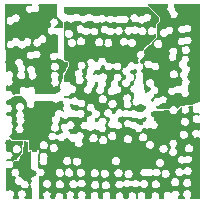
<source format=gbr>
*
%FSLAX35Y35*%
%MOMM*%
%ADD10C,0.085000*%
%ADD11C,1.000000*%
%IPPOS*%
%LNl2p*%
%LPD*%
%SRX1Y1I0J0*%
G01*
G75*
G36*
X-824649Y824737D02*
X-824642Y824746D01*
X-824637Y824748D01*
X-600285Y824596D01*
G02X-596337Y813997I0J-6035D01*
G01X-596759Y813502D01*
X-599070Y812402D01*
X-599079Y812403D01*
X-600633Y812842D01*
G03X-591714Y760887I-18257J-29877D01*
G01X-589396Y761987D01*
X-587850Y761553D01*
G03X-543350Y814584I18275J29851D01*
G02X-538846Y824554I4504J3968D01*
G01X-387906Y824445D01*
X-387901Y824439D01*
X-387898Y718310D01*
X-387892Y718296D01*
X-387887Y718290D01*
X-337968Y678268D01*
X-337966Y678263D01*
X-337746Y625972D01*
G02X-347743Y621473I-6001J-23D01*
G03X-394478Y621365I-23307J-26119D01*
G02X-402955Y621809I-4016J4477D01*
G01X-407368Y626784D01*
X-409076Y628288D01*
G02X-406164Y638849I3817J4630D01*
G03X-421754Y706900I-5285J34600D01*
G01X-699601D01*
G03X-766967Y720229I-35002J0D01*
G02X-771614Y718929I-2844J1211D01*
G03X-817118Y687087I-10523J-33398D01*
G03X-817151Y685566I34972J-1522D01*
G01X-823562D01*
X-824649Y824737D01*
G37*
G36*
X-823562Y685566D02*
X-817151D01*
G03X-749783Y672221I35006J0D01*
G02X-745135Y673521I2845J-1211D01*
G03X-699601Y706900I10532J33379D01*
G01X-421754D01*
G03X-433713Y646441I10305J-33451D01*
G02X-436626Y635881I-3821J-4628D01*
G03X-407912Y575275I5286J-34601D01*
G02X-399435Y574831I4016J-4476D01*
G01X-397154Y572042D01*
G03X-379243Y561250I26239J23289D01*
G01X-379141Y529918D01*
X-474048D01*
G03X-543414Y536656I-35010J0D01*
G02X-546852Y534512I-2891J807D01*
G03X-587886Y505152I-6401J-34409D01*
G01X-601503D01*
G03X-668659Y518983I-35003J0D01*
G02X-670664Y517431I-2675J1384D01*
G02X-673622Y517895I52J9992D01*
G03X-695002Y516777I-8947J-33885D01*
G02X-702296Y520311I-1717J5751D01*
G03X-767799Y519300I-32561J-12864D01*
G03X-812330Y488561I-9647J-33650D01*
G03X-812451Y485651I34887J-2910D01*
G01X-822000D01*
X-823562Y685566D01*
G37*
G36*
X-822000Y485651D02*
X-812451D01*
G03X-744501Y473801I35009J0D01*
G03X-722388Y474726I9666J33715D01*
G02X-715313Y471655I1713J-5739D01*
G03X-650391Y470217I32751J12389D01*
G02X-646837Y471709I2656J-1348D01*
G03X-601872Y500077I10332J33443D01*
G01X-588255D01*
G03X-518896Y493354I35005J0D01*
G02X-515458Y495498I2890J-806D01*
G03X-474048Y529918I6400J34420D01*
G01X-379141D01*
X-378950Y471399D01*
X-379636Y414481D01*
G02X-389468Y410485I-5958J566D01*
G03X-442629Y400682I-22547J-26775D01*
G01X-523620D01*
G03X-584299Y424470I-35002J0D01*
G02X-586947Y423652I-2113J2146D01*
G02X-589302Y424942I3781J9697D01*
G03X-643324Y397426I-19082J-29325D01*
G03X-643372Y395592I34957J-1835D01*
G01X-821296D01*
X-822000Y485651D01*
G37*
G36*
X-821296Y395592D02*
X-643372D01*
G03X-582690Y371800I35005J0D01*
G02X-580043Y372618I2111J-2139D01*
G02X-577688Y371328I-3780J-9695D01*
G03X-523620Y400682I19066J29354D01*
G01X-442629D01*
G03X-426828Y351995I30614J-16972D01*
G03X-380460Y368307I14887J31742D01*
G01X-336608Y352876D01*
X-336605Y352871D01*
X-336565Y345194D01*
X-336559Y345186D01*
X-336549Y345178D01*
X-299824Y332640D01*
X-299819Y332634D01*
X-293878Y306411D01*
X-296682Y299910D01*
X-367926D01*
X-368938Y308267D01*
X-371917Y316141D01*
X-376689Y323076D01*
X-382979Y328670D01*
X-390423Y332602D01*
X-398590Y334642D01*
X-402810Y334912D01*
X-411164Y333871D01*
X-419027Y330866D01*
X-425946Y326071D01*
X-431520Y319762D01*
X-435426Y312305D01*
X-437438Y304130D01*
X-437694Y299910D01*
X-585657D01*
G03X-635902Y285301I-18631J-29633D01*
G01X-651700D01*
G03X-672543Y317315I-35008J0D01*
G02X-674177Y319553I1344J2696D01*
G02X-673724Y322193I11767J-660D01*
G03X-742595Y333161I-33957J8489D01*
G03X-742682Y330692I34923J-2469D01*
G01X-820789D01*
X-821296Y395592D01*
G37*
G36*
X-820789Y330692D02*
X-742682D01*
G03X-721837Y298675I35011J0D01*
G02X-720289Y295144I-1333J-2689D01*
G03X-710025Y259188I33599J-9852D01*
G02X-710457Y250354I-4231J-4221D01*
G03X-664764Y249541I22375J-26924D01*
G02X-664333Y258377I4263J4221D01*
G03X-655092Y270269I-22375J26924D01*
G01X-639292D01*
G03X-624463Y241657I35017J0D01*
G02X-623734Y237872I-1897J-2328D01*
G03X-558138Y220849I30589J-17023D01*
G01X-440238D01*
G03X-426462Y195115I34899J2128D01*
G02X-426268Y186271I-3929J-4510D01*
G03X-367037Y161005I24227J-25266D01*
G01X-348730D01*
X-364649Y120947D01*
X-364653Y98350D01*
X-364656Y98344D01*
X-390753Y66602D01*
X-390758Y66601D01*
X-556452Y67300D01*
X-566659Y67028D01*
G02X-572057Y75947I-151J6002D01*
G03X-630900Y113652I-30522J17134D01*
G02X-640643Y113702I-4854J3525D01*
G03X-697256Y72485I-28550J-20274D01*
G02X-702251Y63415I-5153J-3073D01*
G01X-742203Y62348D01*
X-751941Y58383D01*
G02X-760167Y63303I-2249J5577D01*
G03X-810810Y90813I-34830J-3748D01*
G02X-818958Y96370I-2137J5619D01*
G01X-819253Y134021D01*
G02X-810377Y139331I6003J39D01*
G03X-767009Y192811I16774J30722D01*
G02X-766734Y200915I4559J3902D01*
G03X-810894Y254821I-24669J24832D01*
G02X-820235Y259759I-3343J4979D01*
G01X-820789Y330692D01*
G37*
G36*
X-655092Y270269D02*
G03X-651700Y285301I-31616J15032D01*
G01X-635902D01*
G03X-639131Y273619I31615J-15024D01*
G03X-639292Y270269I34856J-3351D01*
G01X-655092D01*
G37*
G36*
X-601872Y500077D02*
G03X-601503Y505152I-34633J5075D01*
G01X-587886D01*
G03X-588030Y504037I34633J-5049D01*
G03X-588255Y500077I34781J-3960D01*
G01X-601872D01*
G37*
G36*
X-585657Y299910D02*
X-437694D01*
X-436681Y291553D01*
X-433703Y283679D01*
X-428931Y276744D01*
X-422641Y271149D01*
X-415197Y267218D01*
X-407030Y265177D01*
X-402810Y264908D01*
X-394456Y265948D01*
X-386593Y268953D01*
X-379674Y273749D01*
X-374100Y280058D01*
X-370194Y287515D01*
X-368181Y295689D01*
X-367926Y299910D01*
X-296682D01*
X-307312Y275263D01*
X-308500Y273499D01*
X-310150Y269702D01*
X-337228Y232797D01*
X-337414Y206733D01*
X-342750Y176052D01*
X-348730Y161005D01*
X-367037D01*
G03X-380888Y188895I-35005J0D01*
G02X-381082Y197739I3958J4511D01*
G03X-440260Y224704I-24217J25272D01*
G03X-440303Y222976I34921J-1727D01*
G01X-558202D01*
G03X-572976Y249462I-34943J-2128D01*
G02X-573706Y253248I1902J2330D01*
G03X-585657Y299910I-30582J17029D01*
G37*
G36*
X-558202Y222976D02*
G01X-440303D01*
G03X-440238Y220849I34963J0D01*
G01X-558138D01*
G03X-558202Y222976I-35007J-0D01*
G37*
G36*
X-585361Y300069D02*
G01X-437853D01*
G02X-437853Y299751I0J-159D01*
G01X-585361D01*
G02X-585361Y300069I0J159D01*
G37*
G36*
X-367767D02*
G01X-296855D01*
G02X-296855Y299751I0J-159D01*
G01X-367767D01*
G02X-367767Y300069I0J159D01*
G37*
G36*
X-366878Y161164D02*
G01X-348900D01*
G02X-348900Y160846I0J-159D01*
G01X-366878D01*
G02X-366878Y161164I0J159D01*
G37*
G36*
X-558043Y223135D02*
G01X-440462D01*
G02X-440462Y222818I0J-159D01*
G01X-558043D01*
G02X-558043Y223135I0J159D01*
G37*
G36*
X-473889Y530077D02*
G01X-379299D01*
G02X-379299Y529759I0J-159D01*
G01X-473889D01*
G02X-473889Y530077I0J159D01*
G37*
G36*
X-601712Y500236D02*
G01X-588414D01*
G02X-588414Y499918I0J-159D01*
G01X-601712D01*
G02X-601712Y500236I0J159D01*
G37*
G36*
X-557979Y221007D02*
G01X-440397D01*
G02X-440397Y220690I0J-159D01*
G01X-557979D01*
G02X-557979Y221007I0J159D01*
G37*
G36*
X-654917Y270427D02*
G01X-639451D01*
G02X-639451Y270110I0J-159D01*
G01X-654917D01*
G02X-654917Y270427I0J159D01*
G37*
G36*
X-523461Y400841D02*
G01X-442811D01*
G02X-442811Y400523I0J-159D01*
G01X-523461D01*
G02X-523461Y400841I0J159D01*
G37*
G36*
X-821138Y395750D02*
G01X-643531D01*
G02X-643531Y395433I0J-159D01*
G01X-821138D01*
G02X-821138Y395750I0J159D01*
G37*
G36*
X-651541Y285460D02*
G01X-636078D01*
G02X-636078Y285142I0J-159D01*
G01X-651541D01*
G02X-651541Y285460I0J159D01*
G37*
G36*
X-820631Y330851D02*
G01X-742841D01*
G02X-742841Y330533I0J-159D01*
G01X-820631D01*
G02X-820631Y330851I0J159D01*
G37*
G36*
X-601344Y505310D02*
G01X-588046D01*
G02X-588046Y504993I0J-159D01*
G01X-601344D01*
G02X-601344Y505310I0J159D01*
G37*
G36*
X-821841Y485810D02*
G01X-812610D01*
G02X-812610Y485492I0J-159D01*
G01X-821841D01*
G02X-821841Y485810I0J159D01*
G37*
G36*
X-699443Y707059D02*
G01X-422282D01*
G02X-422282Y706741I0J-159D01*
G01X-699443D01*
G02X-699443Y707059I0J159D01*
G37*
G36*
X-823403Y685724D02*
G01X-817310D01*
G02X-817310Y685407I0J-159D01*
G01X-823403D01*
G02X-823403Y685724I0J159D01*
G37*
G36*
X-817138Y-494161D02*
G01X-817137Y-492155D01*
G02X-809582Y-486361I6005J-7D01*
G03X-809561Y-420931I12532J32711D01*
G02X-817119Y-415136I-1559J5794D01*
G01X-817115Y-399500D01*
X-762202D01*
X-761190Y-407857D01*
X-758211Y-415731D01*
X-753439Y-422666D01*
X-747149Y-428260D01*
X-739705Y-432192D01*
X-731538Y-434232D01*
X-727200Y-434502D01*
X-718843Y-433490D01*
X-710969Y-430511D01*
X-704034Y-425739D01*
X-698439Y-419449D01*
X-694508Y-412005D01*
X-692468Y-403838D01*
X-692198Y-399500D01*
X-678475D01*
X-678849Y-421921D01*
X-679243Y-427151D01*
X-692851Y-444036D01*
X-713002Y-463005D01*
X-724312Y-492342D01*
X-724320Y-492348D01*
X-739665Y-494000D01*
X-747006Y-494004D01*
X-764366Y-506933D01*
G03X-808184Y-499385I-26510J-22937D01*
G02X-817120Y-494631I-2955J5221D01*
G01X-817138Y-494161D01*
G37*
G36*
X-817115Y-399500D02*
X-817098Y-331697D01*
X-809495Y-320299D01*
X-784004Y-316501D01*
X-783996Y-316504D01*
X-769505Y-330645D01*
X-769492Y-330650D01*
X-766159Y-330772D01*
X-765403Y-331378D01*
X-752004Y-331277D01*
X-676050Y-334003D01*
X-678450Y-398000D01*
X-678475Y-399500D01*
X-692198D01*
X-693210Y-391143D01*
X-696189Y-383269D01*
X-700961Y-376334D01*
X-707251Y-370739D01*
X-714694Y-366808D01*
X-722862Y-364768D01*
X-727200Y-364498D01*
X-735557Y-365510D01*
X-743431Y-368489D01*
X-750365Y-373261D01*
X-755960Y-379551D01*
X-759892Y-386995D01*
X-761932Y-395162D01*
X-762202Y-399500D01*
X-817115D01*
G37*
G36*
X-816956Y-399341D02*
X-762361D01*
G02X-762361Y-399659I0J-159D01*
G01X-816956D01*
G02X-816956Y-399341I0J159D01*
G37*
G36*
X-692039D02*
G01X-678634D01*
G02X-678634Y-399659I0J-159D01*
G01X-692039D01*
G02X-692039Y-399341I0J159D01*
G37*
G36*
X-816000Y-16537D02*
G02X-816000Y-16535I5999J0D01*
G01Y-12898D01*
X-814047Y5549D01*
X-814044Y5553D01*
X-740047Y49549D01*
X-681904Y50748D01*
X-681900Y50746D01*
X-644297Y3204D01*
X-644290Y3201D01*
G02X-638532Y-5596I430J-6002D01*
G03X-576813Y-5213I30962J-16325D01*
G02X-571576Y3650I5283J2857D01*
G01X-422562Y4569D01*
G03X-364093Y4932I29115J19510D01*
G01X-339385Y5079D01*
G03X-325795Y-25183I35003J-2463D01*
G02X-325003Y-33927I-3650J-4739D01*
G03X-329352Y-74590I26059J-23351D01*
G02X-330354Y-81827I-5222J-2965D01*
G02X-333299Y-83767I-15176J19833D01*
G02X-337538Y-82630I-1589J2546D01*
G03X-401400Y-110856I-30914J-16415D01*
G02X-405567Y-118693I-5650J-2022D01*
G03X-431452Y-158328I8647J-33917D01*
G01X-660059D01*
G03X-670904Y-132990I-35021J0D01*
G03X-681631Y-83813I-29157J19398D01*
G02X-682874Y-75053I3367J4946D01*
G02X-680106Y-72964I9903J-10243D01*
G03X-717520Y-73348I-19011J29394D01*
G02X-718243Y-83693I-3386J-4961D01*
G03X-724217Y-138923I18206J-29907D01*
G03X-711494Y-189235I29134J-19397D01*
G02X-712604Y-200287I-2819J-5299D01*
G03X-737625Y-232041I9945J-33571D01*
G03X-737672Y-233854I34958J-1813D01*
G01X-766592D01*
G03X-770380Y-184011I-26324J23065D01*
G02X-772046Y-174462I2783J5405D01*
G03X-808728Y-117499I-25794J23682D01*
G02X-815995Y-111871I-1302J5825D01*
G01X-816000Y-111636D01*
Y-96062D01*
G02X-808537Y-90245I6000J-2D01*
G03X-808538Y-22355I8538J33945D01*
G02X-816000Y-16537I-1463J5819D01*
G37*
G36*
X-792630Y-293580D02*
G02X-792626Y-293372I6005J0D01*
G01X-457899D01*
G03X-393888Y-312989I35012J0D01*
G02X-383370Y-314553I4847J-3557D01*
G03X-318688Y-312229I31862J14487D01*
G02X-316297Y-310417I2756J-1153D01*
G02X-313968Y-310737I-621J-13151D01*
G03X-295478Y-309237I6516J34389D01*
G02X-288282Y-312970I1563J-5789D01*
G03X-242255Y-337205I33938J8630D01*
G02X-234386Y-343991I1986J-5652D01*
G03X-166973Y-362180I34398J-6533D01*
G01X366616D01*
X367628Y-370537D01*
X370607Y-378411D01*
X375379Y-385346D01*
X378138Y-387800D01*
X-378466D01*
X-379478Y-379443D01*
X-382457Y-371569D01*
X-387229Y-364634D01*
X-393519Y-359039D01*
X-400963Y-355108D01*
X-409130Y-353068D01*
X-413350Y-352798D01*
X-421704Y-353839D01*
X-429567Y-356844D01*
X-436486Y-361639D01*
X-440365Y-366030D01*
X-462486D01*
X-463498Y-357673D01*
X-466477Y-349799D01*
X-471249Y-342864D01*
X-477539Y-337269D01*
X-484983Y-333338D01*
X-493150Y-331298D01*
X-497370Y-331028D01*
X-505724Y-332069D01*
X-513587Y-335074D01*
X-520506Y-339869D01*
X-526079Y-346178D01*
X-529985Y-353635D01*
X-531998Y-361809D01*
X-532254Y-366030D01*
X-620995D01*
X-622653Y-320319D01*
X-622673Y-320300D01*
X-761902Y-321347D01*
X-761907Y-321344D01*
X-790414Y-298238D01*
G02X-792630Y-293580I3789J4658D01*
G37*
G36*
X-792626Y-293372D02*
G02X-788781Y-287975I6001J-208D01*
G03X-770460Y-237635I-11995J32869D01*
G03X-766592Y-233854I-22456J26846D01*
G01X-737672D01*
G03X-686256Y-202935I35005J0D01*
G02X-685639Y-192052I2818J5299D01*
G03X-660059Y-158328I-9440J33724D01*
G01X-431452D01*
G03X-420064Y-178869I34532J5717D01*
G02X-421075Y-188591I-3948J-4503D01*
G03X-380686Y-192791I17245J-30460D01*
G02X-379675Y-183069I3978J4500D01*
G03X-364125Y-140302I-17255J30484D01*
G02X-359803Y-132967I5807J1519D01*
G01X-354042Y-130950D01*
X-352193Y-130047D01*
G02X-344335Y-132155I2782J-5329D01*
G03X-282154Y-126204I29585J18710D01*
G02X-272599Y-123891I5588J-2190D01*
G03X-221681Y-124363I25682J23802D01*
G02X-212873Y-124541I4322J-4164D01*
G03X-211918Y-77027I26162J23241D01*
G02X-220727Y-76849I-4322J4169D01*
G03X-256432Y-66411I-26175J-23249D01*
G02X-264046Y-60146I-1635J5772D01*
G03X-277485Y-29617I-34892J2863D01*
G02X-278277Y-20873I3687J4742D01*
G01X-274616Y-15989D01*
G02X-264209Y-14639I5588J-2287D01*
G03X-219054Y-23880I27861J21199D01*
G02X-210538Y-26823I2961J-5224D01*
G03X-195446Y16880I32387J13273D01*
G02X-203962Y19823I-2961J5225D01*
G03X-205508Y23100I-32388J-13276D01*
G01X-32384D01*
X-31372Y14743D01*
X-28393Y6869D01*
X-23621Y-66D01*
X-17331Y-5661D01*
X-9887Y-9592D01*
X-1720Y-11632D01*
X2500Y-11902D01*
X10854Y-10861D01*
X18717Y-7856D01*
X25636Y-3061D01*
X31209Y3248D01*
X35116Y10705D01*
X37128Y18879D01*
X37384Y23100D01*
X174268D01*
G03X184282Y5427I34151J7678D01*
G02X184502Y-2281I-4484J-3985D01*
G03X178010Y-15450I27461J-21724D01*
G01X119784D01*
X118772Y-7093D01*
X115793Y781D01*
X111021Y7716D01*
X104731Y13311D01*
X97287Y17242D01*
X89120Y19282D01*
X84900Y19552D01*
X76546Y18511D01*
X68683Y15506D01*
X61764Y10711D01*
X56190Y4402D01*
X52284Y-3055D01*
X50271Y-11229D01*
X50016Y-15450D01*
X-91652D01*
G03X-92685Y-83669I-8347J-33991D01*
G02X-85838Y-91705I1260J-5861D01*
G03X-87910Y-108869I32636J-12647D01*
G02X-94769Y-115471I-5948J-685D01*
G03X-132904Y-162016I-5233J-34608D01*
G02X-137051Y-169873I-5617J-2058D01*
G02X-141806Y-169269I-1670J5871D01*
G03X-187884Y-200273I-11147J-33176D01*
G03X-187951Y-202440I34941J-2167D01*
G01X-236876D01*
G03X-302943Y-182801I-34780J3944D01*
G02X-306338Y-184145I-2567J1524D01*
G03X-337228Y-246682I-12710J-32620D01*
G02X-335536Y-255399I-3098J-5124D01*
G03X-340312Y-264171I28076J-20973D01*
G02X-343742Y-265931I-2773J1182D01*
G03X-380522Y-280471I-7773J-34128D01*
G02X-389696Y-281062I-4835J3557D01*
G02X-391346Y-278254I9849J7676D01*
G03X-457800Y-290742I-31554J-15144D01*
G03X-457899Y-293372I34912J-2630D01*
G01X-792626D01*
G37*
G36*
X-620995Y-366030D02*
X-532254D01*
X-531241Y-374387D01*
X-528263Y-382261D01*
X-523491Y-389196D01*
X-517201Y-394791D01*
X-509757Y-398722D01*
X-501590Y-400762D01*
X-497370Y-401032D01*
X-489016Y-399991D01*
X-481153Y-396986D01*
X-474234Y-392191D01*
X-470355Y-387800D01*
X-448234D01*
X-447221Y-396157D01*
X-444243Y-404031D01*
X-439471Y-410966D01*
X-433181Y-416561D01*
X-425737Y-420492D01*
X-417570Y-422532D01*
X-413350Y-422802D01*
X-404996Y-421761D01*
X-397133Y-418756D01*
X-390214Y-413961D01*
X-384640Y-407652D01*
X-380734Y-400195D01*
X-378721Y-392021D01*
X-378466Y-387800D01*
X378138D01*
X381669Y-390940D01*
X389113Y-394872D01*
X397280Y-396912D01*
X401500Y-397182D01*
X409380Y-396200D01*
X481666D01*
X482678Y-404557D01*
X485657Y-412431D01*
X490429Y-419366D01*
X496719Y-424960D01*
X504163Y-428892D01*
X512330Y-430932D01*
X516550Y-431202D01*
X524904Y-430161D01*
X532767Y-427156D01*
X533145Y-426894D01*
X561648D01*
G03X588999Y-461048I35000J0D01*
G01X-464047D01*
G03X-525992Y-483418I-35012J0D01*
G01X-529511Y-488391D01*
X-532118Y-493907D01*
X-533728Y-499792D01*
X-534142Y-502818D01*
G03X-534292Y-506058I34862J-3240D01*
G01X-543860D01*
X-544899Y-455599D01*
X-535303Y-423994D01*
X-535304Y-423989D01*
X-541249Y-406017D01*
X-541257Y-406009D01*
X-541266Y-406004D01*
X-541272Y-406002D01*
X-541278Y-406001D01*
X-619394Y-409996D01*
X-619399Y-409989D01*
X-619401Y-409984D01*
X-620995Y-366030D01*
G37*
G36*
X-543860Y-506058D02*
X-534292D01*
G03X-464966Y-499100I35013J0D01*
G01X-332834D01*
X-331821Y-507457D01*
X-328843Y-515331D01*
X-324071Y-522266D01*
X-317781Y-527861D01*
X-310337Y-531792D01*
X-302169Y-533832D01*
X-297950Y-534102D01*
X-289596Y-533061D01*
X-281733Y-530056D01*
X-274814Y-525261D01*
X-269240Y-518952D01*
X-265334Y-511495D01*
X-263488Y-504000D01*
X-252284D01*
X-251271Y-512357D01*
X-248293Y-520231D01*
X-243521Y-527166D01*
X-237231Y-532761D01*
X-229787Y-536692D01*
X-221619Y-538732D01*
X-217400Y-539002D01*
X-209046Y-537961D01*
X-201183Y-534956D01*
X-194264Y-530161D01*
X-188690Y-523852D01*
X-184784Y-516395D01*
X-182771Y-508221D01*
X-182516Y-504000D01*
X80350D01*
X80848Y-508117D01*
X83827Y-515991D01*
X88599Y-522926D01*
X94889Y-528520D01*
X102333Y-532452D01*
X110500Y-534492D01*
X114720Y-534762D01*
X123074Y-533721D01*
X130937Y-530716D01*
X137856Y-525921D01*
X143430Y-519612D01*
X145856Y-514980D01*
X450816D01*
X451828Y-523337D01*
X454807Y-531211D01*
X459579Y-538146D01*
X465869Y-543740D01*
X473313Y-547672D01*
X481480Y-549712D01*
X485700Y-549982D01*
X494054Y-548941D01*
X501917Y-545936D01*
X508836Y-541140D01*
X514410Y-534832D01*
X518316Y-527374D01*
X520328Y-519200D01*
X520584Y-514980D01*
X645159D01*
G03X695764Y-514783I25209J24293D01*
G02X699816Y-514846I1992J-2221D01*
G03X758853Y-489393I24031J25454D01*
G01X822449D01*
X822449Y-586049D01*
X756953D01*
G03X689354Y-573295I-35003J0D01*
G02X678643Y-574298I-5608J2190D01*
G03X616514Y-592268I-27339J-21866D01*
G03X616300Y-596137I34790J-3869D01*
G01X566455D01*
X564443Y-590819D01*
X559671Y-583884D01*
X553381Y-578289D01*
X545937Y-574358D01*
X537770Y-572317D01*
X533550Y-572048D01*
X525196Y-573089D01*
X517333Y-576094D01*
X510414Y-580889D01*
X504840Y-587198D01*
X500934Y-594655D01*
X500049Y-598248D01*
X491981D01*
G03X430465Y-575396I-35003J0D01*
G02X421620Y-575462I-4453J4009D01*
G03X373063Y-572833I-25641J-23845D01*
G03X316077Y-597499I-22075J-27160D01*
G03X315987Y-600009I34916J-2511D01*
G01X253962D01*
X251443Y-593349D01*
X246671Y-586414D01*
X240381Y-580819D01*
X232937Y-576888D01*
X224770Y-574847D01*
X220550Y-574578D01*
X212196Y-575618D01*
X204333Y-578623D01*
X197414Y-583419D01*
X191840Y-589728D01*
X187934Y-597185D01*
X186711Y-602150D01*
X170364D01*
X169351Y-593793D01*
X166373Y-585919D01*
X161601Y-578984D01*
X155311Y-573389D01*
X147867Y-569458D01*
X139700Y-567417D01*
X135480Y-567148D01*
X127126Y-568188D01*
X119263Y-571193D01*
X112344Y-575989D01*
X106770Y-582298D01*
X102864Y-589755D01*
X100851Y-597929D01*
X100596Y-602150D01*
X53903D01*
X53401Y-598013D01*
X50423Y-590139D01*
X45651Y-583204D01*
X39361Y-577609D01*
X31917Y-573678D01*
X23750Y-571637D01*
X19530Y-571368D01*
X11176Y-572408D01*
X3313Y-575413D01*
X-3606Y-580209D01*
X-9180Y-586518D01*
X-13086Y-593975D01*
X-15098Y-602149D01*
X-15132Y-602710D01*
X-31386D01*
X-32398Y-594353D01*
X-35377Y-586479D01*
X-40149Y-579544D01*
X-46439Y-573949D01*
X-53883Y-570018D01*
X-62050Y-567978D01*
X-66270Y-567708D01*
X-74624Y-568749D01*
X-82487Y-571754D01*
X-89406Y-576549D01*
X-94979Y-582858D01*
X-98885Y-590315D01*
X-100667Y-597550D01*
X-149916D01*
X-150928Y-589193D01*
X-153907Y-581319D01*
X-158679Y-574384D01*
X-164969Y-568789D01*
X-172413Y-564858D01*
X-180580Y-562818D01*
X-184800Y-562548D01*
X-193154Y-563589D01*
X-201017Y-566594D01*
X-207936Y-571389D01*
X-213509Y-577698D01*
X-217415Y-585155D01*
X-219428Y-593329D01*
X-219684Y-597550D01*
X-248195D01*
X-249128Y-589843D01*
X-252107Y-581969D01*
X-256879Y-575034D01*
X-263169Y-569439D01*
X-270613Y-565508D01*
X-278780Y-563468D01*
X-283000Y-563198D01*
X-291354Y-564239D01*
X-299217Y-567244D01*
X-306136Y-572039D01*
X-311709Y-578348D01*
X-315615Y-585805D01*
X-317628Y-593979D01*
X-317883Y-598190D01*
X-328076D01*
X-329088Y-589833D01*
X-332067Y-581959D01*
X-336839Y-575024D01*
X-343129Y-569429D01*
X-350573Y-565498D01*
X-358740Y-563458D01*
X-362960Y-563188D01*
X-371314Y-564229D01*
X-379177Y-567234D01*
X-386096Y-572029D01*
X-391669Y-578338D01*
X-395575Y-585795D01*
X-397588Y-593969D01*
X-397844Y-598190D01*
X-488883D01*
G03X-535293Y-565655I-35006J-566D01*
G02X-543243Y-559858I-1945J5682D01*
G01X-543000Y-547799D01*
X-543860Y-506058D01*
G37*
G36*
X-541750Y-823634D02*
X-541332Y-692300D01*
X-504334D01*
X-503321Y-700657D01*
X-500343Y-708531D01*
X-495571Y-715466D01*
X-489281Y-721061D01*
X-481837Y-724992D01*
X-473669Y-727032D01*
X-469450Y-727302D01*
X-461096Y-726261D01*
X-453233Y-723256D01*
X-446314Y-718461D01*
X-440740Y-712152D01*
X-436834Y-704695D01*
X-435136Y-697800D01*
X-396884D01*
X-395871Y-706157D01*
X-392893Y-714031D01*
X-388121Y-720966D01*
X-381831Y-726561D01*
X-374387Y-730492D01*
X-366219Y-732532D01*
X-362000Y-732802D01*
X-353646Y-731761D01*
X-345783Y-728756D01*
X-338864Y-723961D01*
X-333290Y-717652D01*
X-329384Y-710195D01*
X-327371Y-702021D01*
X-327119Y-697855D01*
X-282503D01*
G03X-215973Y-713109I35014J0D01*
G02X-205856Y-712891I5128J-3119D01*
G03X-142607Y-701170I29103J19465D01*
G01X-95644D01*
X-94631Y-709527D01*
X-91653Y-717401D01*
X-86881Y-724336D01*
X-80591Y-729931D01*
X-73147Y-733862D01*
X-64979Y-735902D01*
X-60760Y-736172D01*
X-52406Y-735131D01*
X-44543Y-732126D01*
X-37624Y-727331D01*
X-32050Y-721022D01*
X-28144Y-713565D01*
X-26192Y-705640D01*
X-7974D01*
X-6961Y-713997D01*
X-3983Y-721871D01*
X789Y-728806D01*
X7079Y-734400D01*
X14523Y-738332D01*
X22690Y-740372D01*
X26910Y-740642D01*
X35264Y-739601D01*
X43127Y-736596D01*
X50046Y-731801D01*
X55620Y-725492D01*
X59526Y-718035D01*
X61538Y-709860D01*
X61794Y-705640D01*
X107329D01*
G03X172955Y-714760I34367J6625D01*
G02X182356Y-713250I5281J-2861D01*
G03X238168Y-709548I26511J22882D01*
G02X248651Y-710835I4888J-3526D01*
G03X309528Y-710143I30242J17646D01*
G02X319890Y-710918I4958J-3370D01*
G03X386318Y-698400I31529J15198D01*
G01X415116D01*
X416128Y-706757D01*
X419107Y-714631D01*
X423879Y-721566D01*
X430169Y-727160D01*
X437613Y-731092D01*
X445780Y-733132D01*
X450000Y-733402D01*
X458354Y-732361D01*
X466217Y-729356D01*
X473136Y-724560D01*
X478710Y-718252D01*
X482616Y-710794D01*
X484628Y-702620D01*
X484884Y-698400D01*
X585084D01*
X588329Y-703116D01*
X594619Y-708710D01*
X602063Y-712642D01*
X610230Y-714682D01*
X614450Y-714952D01*
X622804Y-713911D01*
X630667Y-710906D01*
X637586Y-706110D01*
X643160Y-699802D01*
X647066Y-692344D01*
X648911Y-684850D01*
X683316D01*
X684328Y-693207D01*
X687307Y-701081D01*
X692079Y-708016D01*
X698369Y-713610D01*
X705813Y-717542D01*
X713980Y-719582D01*
X718200Y-719852D01*
X726554Y-718811D01*
X734417Y-715806D01*
X741336Y-711010D01*
X746910Y-704702D01*
X750816Y-697244D01*
X752828Y-689070D01*
X753084Y-684850D01*
X822449D01*
X822448Y-822490D01*
X822443Y-822496D01*
X822439Y-822499D01*
X822434Y-822500D01*
X740055D01*
G02X736815Y-811451I0J5999D01*
G03X698986Y-811451I-18915J29450D01*
G02X695742Y-822500I-3244J-5048D01*
G01X640368D01*
G02X636921Y-811591I0J5999D01*
G03X584671Y-769062I-20123J28638D01*
G02X574896Y-770896I-5507J2382D01*
G03X519938Y-813428I-24896J-24604D01*
G02X514784Y-822500I-5154J-3072D01*
G01X482913D01*
G02X477573Y-813770I0J5998D01*
G03X415228Y-813771I-31173J15917D01*
G02X409884Y-822500I-5344J-2729D01*
G01X364596D01*
G02X359541Y-813272I0J5999D01*
G03X300783Y-813729I-29527J18819D01*
G02X295461Y-822500I-5322J-2771D01*
G01X287141D01*
G02X281906Y-813573I0J5999D01*
G03X220794Y-813573I-30556J17074D01*
G02X215556Y-822500I-5238J-2927D01*
G01X182062D01*
G02X176641Y-813933I0J5999D01*
G03X113731Y-813874I-31441J15394D01*
G02X108336Y-822500I-5395J-2626D01*
G01X68064D01*
G02X63152Y-813057I0J5999D01*
G03X6310Y-813004I-28402J20456D01*
G02X1433Y-822500I-4877J-3495D01*
G01X-31738Y-822476D01*
G02X-36229Y-813208I508J5968D01*
G03X-94750Y-813209I-29261J19207D01*
G02X-99768Y-822500I-5018J-3290D01*
G01X-146118D01*
G02X-150533Y-812438I-14J5993D01*
G03X-207321Y-772540I-25752J23710D01*
G03X-201728Y-812842I31038J-16232D01*
G02X-206485Y-822500I-4757J-3657D01*
G01X-243902Y-822476D01*
G02X-247972Y-812642I508J5970D01*
G03X-300363Y-812531I-26146J23272D01*
G02X-304863Y-822500I-4500J-3969D01*
G01X-328202D01*
G02X-333900Y-814625I-13J5989D01*
G03X-400350Y-814777I-33250J10927D01*
G02X-405999Y-822677I-5689J-1902D01*
G01X-438477Y-822910D01*
G02X-443185Y-813139I-42J6000D01*
G03X-497317Y-813527I-27225J22007D01*
G02X-501888Y-823364I-4571J-3857D01*
G01X-541740Y-823648D01*
X-541749Y-823640D01*
X-541750Y-823634D01*
G37*
G36*
X-541639Y-631272D02*
X-537894Y-630844D01*
G03X-488883Y-598190I14005J32087D01*
G01X-397844D01*
X-396831Y-606547D01*
X-393853Y-614421D01*
X-389081Y-621356D01*
X-382791Y-626951D01*
X-375347Y-630882D01*
X-367179Y-632922D01*
X-362960Y-633192D01*
X-354606Y-632151D01*
X-346743Y-629146D01*
X-339824Y-624351D01*
X-334250Y-618042D01*
X-330344Y-610585D01*
X-328331Y-602411D01*
X-328077Y-598200D01*
X-317884D01*
X-316871Y-606557D01*
X-313893Y-614431D01*
X-309121Y-621366D01*
X-302831Y-626961D01*
X-295387Y-630892D01*
X-287219Y-632932D01*
X-283000Y-633202D01*
X-274646Y-632161D01*
X-266783Y-629156D01*
X-259864Y-624361D01*
X-254290Y-618052D01*
X-250384Y-610595D01*
X-248371Y-602421D01*
X-248116Y-598200D01*
X-219605D01*
X-218671Y-605907D01*
X-215693Y-613781D01*
X-210921Y-620716D01*
X-204631Y-626311D01*
X-197187Y-630242D01*
X-189019Y-632282D01*
X-184800Y-632552D01*
X-176446Y-631511D01*
X-168583Y-628506D01*
X-161664Y-623711D01*
X-156090Y-617402D01*
X-152184Y-609945D01*
X-150402Y-602710D01*
X-101154D01*
X-100141Y-611067D01*
X-97163Y-618941D01*
X-92391Y-625876D01*
X-86101Y-631471D01*
X-78657Y-635402D01*
X-70489Y-637442D01*
X-66270Y-637712D01*
X-57916Y-636671D01*
X-50053Y-633666D01*
X-43134Y-628871D01*
X-37560Y-622562D01*
X-33654Y-615105D01*
X-31641Y-606931D01*
X-31607Y-606370D01*
X-15354D01*
X-14341Y-614727D01*
X-11363Y-622601D01*
X-6591Y-629536D01*
X-301Y-635130D01*
X7143Y-639062D01*
X15310Y-641102D01*
X19530Y-641372D01*
X27884Y-640331D01*
X35747Y-637326D01*
X42666Y-632531D01*
X48240Y-626222D01*
X52146Y-618765D01*
X54158Y-610590D01*
X54414Y-606370D01*
X101107D01*
X101608Y-610507D01*
X104587Y-618381D01*
X109359Y-625316D01*
X115649Y-630910D01*
X123093Y-634842D01*
X131260Y-636882D01*
X135480Y-637152D01*
X143834Y-636111D01*
X151697Y-633106D01*
X158616Y-628311D01*
X164190Y-622002D01*
X168096Y-614545D01*
X169318Y-609580D01*
X185666D01*
X186678Y-617937D01*
X189657Y-625811D01*
X194429Y-632746D01*
X200719Y-638340D01*
X208163Y-642272D01*
X216330Y-644312D01*
X220550Y-644582D01*
X228904Y-643541D01*
X236767Y-640536D01*
X243686Y-635741D01*
X249260Y-629432D01*
X253166Y-621975D01*
X255178Y-613801D01*
X255434Y-609580D01*
X317321D01*
G03X373915Y-626466I33672J9570D01*
G03X422505Y-622153I22074J27172D01*
G02X431822Y-622586I4481J-4030D01*
G03X490856Y-607050I25157J24338D01*
G01X498666D01*
X499678Y-615407D01*
X502657Y-623281D01*
X507429Y-630216D01*
X513719Y-635810D01*
X521163Y-639742D01*
X529330Y-641782D01*
X533550Y-642052D01*
X541904Y-641011D01*
X549767Y-638006D01*
X556686Y-633210D01*
X562260Y-626902D01*
X566166Y-619444D01*
X568178Y-611270D01*
X568434Y-607050D01*
X618044D01*
G03X683935Y-608808I33260J10913D01*
G02X694607Y-607902I5566J-2252D01*
G03X756953Y-586049I27343J21853D01*
G01X822449D01*
X822449Y-684850D01*
X753084D01*
X752071Y-676493D01*
X749093Y-668619D01*
X744321Y-661684D01*
X738031Y-656089D01*
X730587Y-652158D01*
X722420Y-650117D01*
X718200Y-649848D01*
X709846Y-650889D01*
X701983Y-653894D01*
X695064Y-658689D01*
X689490Y-664998D01*
X685584Y-672455D01*
X683738Y-679950D01*
X649334D01*
X648321Y-671593D01*
X645343Y-663719D01*
X640571Y-656784D01*
X634281Y-651189D01*
X626837Y-647258D01*
X618670Y-645217D01*
X614450Y-644948D01*
X606096Y-645989D01*
X598233Y-648994D01*
X591314Y-653789D01*
X585740Y-660098D01*
X581834Y-667555D01*
X579821Y-675729D01*
X579566Y-679950D01*
X479366D01*
X476121Y-675234D01*
X469831Y-669639D01*
X462387Y-665708D01*
X454220Y-663667D01*
X450000Y-663398D01*
X441646Y-664439D01*
X433783Y-667444D01*
X426864Y-672239D01*
X421290Y-678548D01*
X417384Y-686005D01*
X415371Y-694179D01*
X415278Y-695720D01*
X386420D01*
G03X321025Y-678362I-35001J0D01*
G02X310238Y-677639I-5218J2983D01*
G03X249592Y-674012I-31361J-15549D01*
G02X239491Y-673396I-4854J3529D01*
G03X177625Y-674610I-30612J-16951D01*
G02X167303Y-675133I-5319J2860D01*
G03X106958Y-694740I-25600J-23877D01*
G03X106696Y-699014I34738J-4275D01*
G01X60991D01*
X60781Y-697283D01*
X57803Y-689409D01*
X53031Y-682474D01*
X46741Y-676879D01*
X39297Y-672948D01*
X31130Y-670907D01*
X26910Y-670638D01*
X18556Y-671678D01*
X10693Y-674683D01*
X3774Y-679479D01*
X-1800Y-685788D01*
X-5706Y-693245D01*
X-7657Y-701170D01*
X-25876D01*
X-26888Y-692813D01*
X-29867Y-684939D01*
X-34639Y-678004D01*
X-40929Y-672409D01*
X-48373Y-668478D01*
X-56540Y-666438D01*
X-60760Y-666168D01*
X-69114Y-667209D01*
X-76977Y-670214D01*
X-83896Y-675009D01*
X-89469Y-681318D01*
X-93375Y-688775D01*
X-94521Y-693426D01*
X-141740D01*
G03X-208277Y-678191I-35013J0D01*
G02X-218394Y-678409I-5128J3120D01*
G03X-282269Y-693815I-29107J-19437D01*
G03X-282503Y-697800I34780J-4040D01*
G01X-327116D01*
X-328128Y-689443D01*
X-331107Y-681569D01*
X-335879Y-674634D01*
X-342169Y-669039D01*
X-349613Y-665108D01*
X-357780Y-663068D01*
X-362000Y-662798D01*
X-370354Y-663839D01*
X-378217Y-666844D01*
X-385136Y-671639D01*
X-390709Y-677948D01*
X-394615Y-685405D01*
X-396313Y-692300D01*
X-434566D01*
X-435578Y-683943D01*
X-438557Y-676069D01*
X-443329Y-669134D01*
X-449619Y-663539D01*
X-457063Y-659608D01*
X-465230Y-657568D01*
X-469450Y-657298D01*
X-477804Y-658339D01*
X-485667Y-661344D01*
X-492586Y-666139D01*
X-498159Y-672448D01*
X-502065Y-679905D01*
X-504078Y-688079D01*
X-504334Y-692300D01*
X-541332D01*
X-541151Y-635546D01*
X-541639Y-631272D01*
G37*
G36*
X-472349Y-483684D02*
G03X-464047Y-461048I-26710J22636D01*
G01X588999D01*
G03X613632Y-396290I7650J34154D01*
G02X611096Y-393300I3094J5195D01*
G01X696466D01*
X697478Y-401657D01*
X700457Y-409531D01*
X705229Y-416466D01*
X711519Y-422060D01*
X718963Y-425992D01*
X727130Y-428032D01*
X731350Y-428302D01*
X739704Y-427261D01*
X747567Y-424256D01*
X754486Y-419460D01*
X760060Y-413152D01*
X763966Y-405694D01*
X765978Y-397520D01*
X766234Y-393300D01*
X822450D01*
X822449Y-489393D01*
X758853D01*
G03X698445Y-465307I-35006J0D01*
G02X694590Y-465414I-1991J2221D01*
G03X635438Y-488329I-24226J-25268D01*
G03X635359Y-490687I34929J-2358D01*
G01X510554D01*
X505531Y-486219D01*
X498087Y-482288D01*
X489920Y-480247D01*
X485700Y-479978D01*
X477346Y-481019D01*
X469483Y-484024D01*
X462564Y-488819D01*
X456990Y-495128D01*
X454564Y-499760D01*
X149604D01*
X148591Y-491403D01*
X145613Y-483529D01*
X140841Y-476594D01*
X134551Y-470999D01*
X127107Y-467068D01*
X118940Y-465027D01*
X114720Y-464758D01*
X106366Y-465798D01*
X98503Y-468803D01*
X91584Y-473599D01*
X86010Y-479908D01*
X82104Y-487365D01*
X80091Y-495539D01*
X79836Y-499760D01*
X-183029D01*
X-183528Y-495643D01*
X-186507Y-487769D01*
X-191279Y-480834D01*
X-197569Y-475239D01*
X-205013Y-471308D01*
X-213180Y-469268D01*
X-217400Y-468998D01*
X-225754Y-470039D01*
X-233617Y-473044D01*
X-240536Y-477839D01*
X-246109Y-484148D01*
X-250015Y-491605D01*
X-251861Y-499100D01*
X-263066D01*
X-264078Y-490743D01*
X-267057Y-482869D01*
X-271829Y-475934D01*
X-278119Y-470339D01*
X-285563Y-466408D01*
X-293730Y-464368D01*
X-297950Y-464098D01*
X-306304Y-465139D01*
X-314167Y-468144D01*
X-321086Y-472939D01*
X-326659Y-479248D01*
X-330565Y-486705D01*
X-332578Y-494879D01*
X-332834Y-499100D01*
X-464966D01*
G03X-472349Y-483684I-34314J-6959D01*
G37*
G36*
X-470355Y-387800D02*
G01X-468660Y-385882D01*
X-464754Y-378425D01*
X-462741Y-370250D01*
X-462486Y-366030D01*
X-440365D01*
X-442059Y-367948D01*
X-445965Y-375405D01*
X-447978Y-383579D01*
X-448234Y-387800D01*
X-470355D01*
G37*
G36*
X-435136Y-697800D02*
X-434821Y-696520D01*
X-434566Y-692300D01*
X-396313D01*
X-396628Y-693579D01*
X-396884Y-697800D01*
X-435136D01*
G37*
G36*
X-328607Y39190D02*
G02X-328607Y39237I5998J0D01*
G01X-328551Y47087D01*
G02X-319576Y52254I5998J-40D01*
G03X-269590Y69983I17357J30393D01*
G02X-265956Y71777I2798J-1091D01*
G03X-220388Y102449I10665J33341D01*
G01X-159683D01*
G03X-90485Y109934I35004J0D01*
G02X-89641Y112574I2989J499D01*
G02X-87186Y113787I6098J-9251D01*
G03X-66959Y156537I-13221J32415D01*
G02X-60901Y164300I5735J1770D01*
G03X-45825Y166800I1949J34954D01*
G02X-38216Y159723I1763J-5733D01*
G03X-35732Y136892I34143J-7836D01*
G02X-38604Y129312I-5572J-2223D01*
G03X10593Y87653I15769J-31257D01*
G01X41948D01*
G03X106970Y69646I35004J0D01*
G02X111264Y70481I2554J-1674D01*
G03X134975Y136277I13431J32330D01*
G02X133408Y140665I1131J2877D01*
G03X129546Y164544I-34382J6691D01*
G02X133722Y173100I5376J2674D01*
G03X161751Y207403I-6977J34304D01*
G01X199269D01*
G03X199956Y200251I35014J-245D01*
G02X194839Y193117I-5879J-1185D01*
G03X233614Y165308I4461J-34717D01*
G02X238731Y172443I5871J1192D01*
G03X239382Y241787I-4461J34717D01*
G02X234477Y249328I866J5929D01*
G03X235751Y259005I-33768J9368D01*
G02X242372Y265026I6004J48D01*
G03X273185Y277804I3611J34833D01*
G02X282938Y277197I4662J-3748D01*
G03X294754Y265620I29685J18480D01*
G02X294709Y255281I-3070J-5156D01*
G03X283773Y204840I17634J-30229D01*
G02X283158Y194917I-3867J-4741D01*
G03X268485Y151840I17843J-30115D01*
G02X263781Y143683I-5572J-2222D01*
G03X261015Y74936I5081J-34634D01*
G02X265467Y67537I-1337J-5844D01*
G03X270153Y39080I33797J-9049D01*
G02X268063Y30502I-4997J-3326D01*
G03X259393Y-24005I16949J-30639D01*
G01X246977D01*
G03X236088Y1372I-35014J0D01*
G02X235868Y9081I4462J3985D01*
G03X173514Y33406I-27448J21721D01*
G03X173415Y30778I34904J-2628D01*
G01X36454D01*
X36372Y31457D01*
X33393Y39331D01*
X28621Y46266D01*
X22331Y51861D01*
X14887Y55792D01*
X6720Y57832D01*
X2500Y58102D01*
X-5854Y57061D01*
X-13717Y54056D01*
X-20636Y49261D01*
X-26210Y42952D01*
X-30116Y35495D01*
X-32129Y27321D01*
X-32384Y23100D01*
X-205508D01*
G03X-266540Y24263I-30843J-16553D01*
G02X-276491Y23669I-5173J3011D01*
G03X-319935Y33821I-27874J-21250D01*
G02X-328607Y39190I-2674J5369D01*
G37*
G36*
X-328498Y806488D02*
G01X-328493Y806497D01*
X-328487Y806499D01*
X380901Y807197D01*
X478098Y715549D01*
X478099Y715544D01*
X478058Y712167D01*
X413015D01*
G03X346590Y727631I-35013J0D01*
G02X342087Y726526I-2737J1425D01*
G03X310178Y720630I-10319J-33445D01*
G02X301239Y722776I-3567J4833D01*
G03X235189Y711502I-31319J-15632D01*
G03X234920Y707171I34744J-4331D01*
G01X221102D01*
G03X161603Y724254I-34261J-7173D01*
G02X157767Y723843I-2161J2064D01*
G03X107739Y714828I-20746J-28194D01*
G02X97496Y715166I-5019J3286D01*
G03X38310Y717972I-30476J-17227D01*
G02X27985Y718798I-4921J3432D01*
G03X-30036Y726461I-31526J-15218D01*
G02X-33846Y725846I-2273J1974D01*
G03X-71361Y726410I-19202J-29305D01*
G02X-80020Y729172I-3138J5116D01*
G03X-142499Y733010I-32202J-13746D01*
G02X-146127Y731699I-2590J1491D01*
G03X-178963Y728518I-13439J-32344D01*
G02X-187645Y730815I-3324J4994D01*
G03X-247567Y735144I-31255J-15751D01*
G02X-251294Y734148I-2454J1710D01*
G03X-285587Y733042I-16161J-31110D01*
G02X-293440Y734503I-3107J5134D01*
G03X-322111Y748068I-27691J-21445D01*
G02X-328281Y754040I-155J6013D01*
G01X-328498Y806488D01*
G37*
G36*
X-327938Y672078D02*
G02X-321817Y678085I6009J0D01*
G03X-302992Y683139I697J34990D01*
G02X-295140Y681677I3104J-5146D01*
G03X-238793Y683017I27680J21414D01*
G02X-235066Y684012I2449J-1695D01*
G03X-199507Y685922I16164J31027D01*
G02X-190825Y683625I3323J-4996D01*
G03X-129291Y681820I31255J15751D01*
G02X-125662Y683130I2597J-1513D01*
G03X-93909Y685620I13441J32310D01*
G02X-85250Y682858I3139J-5114D01*
G03X-26553Y673710I32200J13724D01*
G02X-22744Y674324I2270J-1961D01*
G03X25170Y683568I19208J29236D01*
G02X35495Y682742I4921J-3437D01*
G03X96301Y678773I31525J15208D01*
G02X106544Y678434I5019J-3269D01*
G03X162257Y671397I30479J17242D01*
G02X166092Y671807I2163J-2090D01*
G03X221102Y707171I20749J28191D01*
G01X234920D01*
G03X291512Y679599I35013J0D01*
G02X300451Y677454I3569J-4826D01*
G03X363170Y677608I31321J15624D01*
G02X366763Y679007I2629J-1439D01*
G03X413015Y712167I11239J33160D01*
G01X478058D01*
X477699Y682156D01*
X477694Y682147D01*
X453104Y662697D01*
X453101Y662690D01*
X453100Y662686D01*
Y623793D01*
G02X442855Y619555I-6000J2D01*
G03X380530Y597137I-27313J-21911D01*
G01X373549D01*
G03X313750Y621852I-35007J0D01*
G02X304390Y623585I-4016J4453D01*
G03X246490Y630304I-31182J-15877D01*
G02X242443Y630120I-2124J2131D01*
G03X185166Y606687I-22455J-26832D01*
G03X184998Y603256I34838J-3431D01*
G01X171739D01*
G03X104929Y615618I-34946J-2146D01*
G02X94837Y614871I-5284J2843D01*
G03X54337Y626645I-28046J-20929D01*
G02X51603Y627088I-938J2869D01*
G02X50065Y629289I7274J6721D01*
G03X-14951Y614109I-30118J-17829D01*
G03X-15050Y611480I34926J-2629D01*
G01X-38020D01*
G03X-100527Y614591I-32033J-14106D01*
G02X-111108Y615225I-5118J3198D01*
G03X-151688Y628553I-28944J-19686D01*
G02X-154411Y629063I-867J2895D01*
G02X-155893Y631298I8561J7286D01*
G03X-221264Y617733I-30548J-17083D01*
G03X-221441Y614212I34827J-3522D01*
G01X-327696D01*
X-327938Y672063D01*
G02X-327938Y672078I6009J7D01*
G37*
G36*
X-327696Y614212D02*
G01X-221441D01*
G03X-174802Y581197I35005J0D01*
G02X-171254Y579685I871J-2876D01*
G03X-170578Y578420I31208J15861D01*
G01X-250196D01*
X-251208Y586777D01*
X-254187Y594651D01*
X-258959Y601586D01*
X-265249Y607180D01*
X-272693Y611112D01*
X-280860Y613152D01*
X-285080Y613422D01*
X-293434Y612381D01*
X-301297Y609376D01*
X-308216Y604581D01*
X-313790Y598272D01*
X-317696Y590815D01*
X-319708Y582640D01*
X-319964Y578420D01*
X-327546D01*
X-327696Y614212D01*
G37*
G36*
X-327645Y174105D02*
G02X-327645Y174155I5997J0D01*
G01X-327246Y229505D01*
X-321357Y237529D01*
X-236572D01*
G03X-222407Y209406I34999J0D01*
G02X-221654Y205397I-1772J-2408D01*
G03X-173063Y212174I27746J-21348D01*
G02X-173668Y216396I1770J2408D01*
G03X-177542Y263008I-27909J21147D01*
G02X-173771Y272961I4478J3994D01*
G03X-142913Y307717I-4144J34756D01*
G01X-121570D01*
G03X-116714Y303779I24392J25113D01*
G02X-115982Y294962I-3665J-4743D01*
G02X-118507Y293238I-7371J8084D01*
G03X-130550Y242902I16907J-30654D01*
G02X-130694Y239682I-2630J-1496D01*
G02X-132495Y238170I-8182J7917D01*
G03X-127274Y179067I21132J-27916D01*
G02X-125775Y170347I-3262J-5050D01*
G03X-134595Y138716I25368J-24119D01*
G02X-135439Y136076I-2966J-506D01*
G02X-137875Y134870I-6760J10591D01*
G03X-159639Y104193I13198J-32422D01*
G03X-159683Y102449I34960J-1744D01*
G01X-220388D01*
G03X-258315Y139992I-34903J2669D01*
G02X-264741Y144937I-509J5986D01*
G03X-318382Y169075I-34610J-5242D01*
G02X-321648Y168108I-3266J5030D01*
G02X-327645Y174105I-0J5997D01*
G37*
G36*
X-327546Y578420D02*
G01X-319964D01*
X-318951Y570063D01*
X-315973Y562189D01*
X-311201Y555254D01*
X-304911Y549659D01*
X-297467Y545728D01*
X-289300Y543687D01*
X-285080Y543418D01*
X-276726Y544458D01*
X-268863Y547463D01*
X-261944Y552259D01*
X-256370Y558568D01*
X-252464Y566025D01*
X-250451Y574199D01*
X-250196Y578420D01*
X-170578D01*
G03X-109572Y578319I30532J17126D01*
G02X-100465Y579571I5080J-3204D01*
G02X-98672Y577224I-13561J-12218D01*
G03X-35052Y597374I28619J20150D01*
G01X-12084D01*
G03X32402Y578734I32059J14106D01*
G02X36463Y576454I1035J-2913D01*
G03X98651Y579412I30333J17475D01*
G02X108743Y580158I5286J-2874D01*
G03X171805Y601110I28050J20952D01*
G01X185063D01*
G03X246720Y580636I34941J2146D01*
G02X250767Y580820I2124J-2118D01*
G03X297999Y582958I22449J26857D01*
G02X307360Y581226I4019J-4443D01*
G03X373549Y597137I31182J15911D01*
G01X380530D01*
G03X442483Y575276I35012J506D01*
G02X453100Y571443I4610J-3852D01*
G01X453099Y550755D01*
X453095Y550746D01*
X407650Y507648D01*
X403452Y499999D01*
X285008D01*
G03X221625Y520493I-35005J0D01*
G02X211085Y522007I-4874J3516D01*
G03X144330Y511239I-31935J-14327D01*
G03X144148Y507675I34818J-3564D01*
G01X83264D01*
X83181Y508357D01*
X80203Y516231D01*
X75431Y523166D01*
X69141Y528761D01*
X61697Y532692D01*
X53529Y534732D01*
X49310Y535002D01*
X40956Y533961D01*
X33093Y530956D01*
X26174Y526161D01*
X20600Y519852D01*
X16694Y512395D01*
X14725Y504400D01*
X6484D01*
X5471Y512757D01*
X2493Y520631D01*
X-2279Y527566D01*
X-8569Y533160D01*
X-16013Y537092D01*
X-24180Y539132D01*
X-28400Y539402D01*
X-36754Y538361D01*
X-44617Y535356D01*
X-51536Y530561D01*
X-57110Y524252D01*
X-61016Y516795D01*
X-62236Y511840D01*
X-147436D01*
X-148448Y520197D01*
X-151427Y528071D01*
X-156199Y535006D01*
X-162489Y540600D01*
X-169933Y544532D01*
X-178100Y546572D01*
X-182320Y546842D01*
X-190674Y545801D01*
X-198537Y542796D01*
X-205456Y538000D01*
X-211030Y531692D01*
X-214936Y524234D01*
X-216948Y516060D01*
X-217204Y511840D01*
X-226893D01*
X-228857Y517031D01*
X-233629Y523966D01*
X-239919Y529560D01*
X-247363Y533492D01*
X-255530Y535532D01*
X-259750Y535802D01*
X-268104Y534761D01*
X-275967Y531756D01*
X-282886Y526961D01*
X-288460Y520652D01*
X-292366Y513195D01*
X-294378Y505020D01*
X-294634Y500800D01*
X-327221D01*
X-327546Y578420D01*
G37*
G36*
X-327221Y500800D02*
X-294634D01*
X-293621Y492443D01*
X-290643Y484569D01*
X-285871Y477634D01*
X-279581Y472039D01*
X-272137Y468108D01*
X-263970Y466067D01*
X-259750Y465798D01*
X-251396Y466838D01*
X-243533Y469843D01*
X-236614Y474639D01*
X-231040Y480948D01*
X-227134Y488405D01*
X-225121Y496579D01*
X-224866Y500800D01*
X-215176D01*
X-213213Y495609D01*
X-208441Y488674D01*
X-202151Y483079D01*
X-194707Y479148D01*
X-186540Y477107D01*
X-182320Y476838D01*
X-173966Y477878D01*
X-166103Y480883D01*
X-159184Y485679D01*
X-153610Y491988D01*
X-149704Y499445D01*
X-148484Y504400D01*
X-63284D01*
X-62271Y496043D01*
X-59293Y488169D01*
X-54521Y481234D01*
X-48231Y475639D01*
X-40787Y471708D01*
X-32620Y469667D01*
X-28400Y469398D01*
X-20046Y470438D01*
X-12183Y473443D01*
X-5264Y478239D01*
X310Y484548D01*
X4216Y492005D01*
X6184Y500000D01*
X14426D01*
X15438Y491643D01*
X18417Y483769D01*
X23189Y476834D01*
X29479Y471239D01*
X36923Y467308D01*
X45090Y465268D01*
X49310Y464998D01*
X57664Y466039D01*
X65527Y469044D01*
X72446Y473839D01*
X78019Y480148D01*
X81926Y487605D01*
X83938Y495779D01*
X84194Y500000D01*
X145000D01*
G03X207568Y487246I34149J7675D01*
G02X218065Y485672I4832J-3566D01*
G03X285008Y499999I31938J14327D01*
G01X403452D01*
X398047Y490151D01*
X367198Y473095D01*
X340150Y433849D01*
X337331Y427970D01*
X337326Y427968D01*
G03X287546Y408074I-16496J-30950D01*
G03X307025Y364666I33253J-11152D01*
G01X302902Y356050D01*
Y356043D01*
X307263Y330406D01*
G03X285455Y317737I5544J-34648D01*
G02X275702Y318343I-4660J3778D01*
G03X210989Y299526I-29714J-18495D01*
G02X210974Y299056I-6003J-51D01*
G01X158961D01*
G03X93444Y316221I-35007J0D01*
G02X83058Y316537I-5102J3147D01*
G03X38125Y332016I-30839J-16564D01*
G02X30241Y338359I-1905J5704D01*
G03X-39527Y340889I-34790J3860D01*
G02X-45807Y334650I-6026J-215D01*
G03X-55219Y332957I1442J-35023D01*
G02X-62756Y339217I-1455J5915D01*
G03X-121570Y307717I-34421J-6387D01*
G01X-142913D01*
G03X-201918Y282241I-35003J0D01*
G02X-203239Y273144I-4488J-3993D01*
G02X-206724Y272150I-4542J9318D01*
G03X-236345Y241511I5170J-34636D01*
G03X-236572Y237529I34771J-3982D01*
G01X-321357D01*
X-300351Y266150D01*
X-290275Y289508D01*
G03X-317419Y349216I-24717J24787D01*
G01X-326592Y352349D01*
X-326599Y352358D01*
X-326600Y352362D01*
X-327221Y500800D01*
G37*
G36*
X-327119Y-697855D02*
X-327116Y-697800D01*
X-282503D01*
G03X-282503Y-697855I35014J-55D01*
G01X-327119D01*
G37*
G36*
X-292194Y-241299D02*
G02X-291004Y-237711I6006J0D01*
G01X-287757Y-232469D01*
G02X-284115Y-231207I2566J-1518D01*
G03X-236876Y-202440I12459J32711D01*
G01X-187951D01*
G03X-134618Y-232269I35008J0D01*
G02X-130823Y-232960I1486J-2608D01*
G03X-73128Y-233196I28929J19735D01*
G02X-69357Y-232397I2362J-1848D01*
G03X-43203Y-235149I16474J30904D01*
G02X-36450Y-238874I1154J-5892D01*
G03X22570Y-203224I32654J12620D01*
G02X23333Y-195155I4788J3618D01*
G03X34862Y-169188I-23477J25967D01*
G01X52049D01*
G03X98604Y-219601I28362J-20511D01*
G02X102689Y-220548I1557J-2565D01*
G03X133933Y-166722I29480J18869D01*
G02X129073Y-157671I304J5993D01*
G03X133948Y-138835I-30111J17842D01*
G02X139777Y-132668I5999J168D01*
G03X166567Y-122935I2468J34943D01*
G02X175346Y-123424I4162J-4328D01*
G03X228599Y-124145I26934J22357D01*
G02X237726Y-124266I4512J-3978D01*
G03X281190Y-132747I26923J22360D01*
G02X289159Y-134929I2833J-5298D01*
G03X351994Y-128762I29941J18125D01*
G02X360170Y-125376I5629J-2029D01*
G03X368881Y-128969I17582J30269D01*
G02X372991Y-136805I-1532J-5800D01*
G03X369882Y-156541I31594J-15090D01*
G02X367558Y-159863I-2977J-392D01*
G03X339456Y-193440I6912J-34333D01*
G02X329910Y-198150I-5988J107D01*
G03X299058Y-190060I-23329J-26092D01*
G02X295566Y-188064I-639J2936D01*
G03X245390Y-168324I-33264J-10912D01*
G02X241847Y-167434I-1191J2754D01*
G03X229320Y-217036I-29450J-18945D01*
G02X232863Y-217926I1191J-2755D01*
G03X270062Y-233125I29452J18962D01*
G02X273294Y-235166I376J-2984D01*
G03X341578Y-224466I33269J10919D01*
G02X351480Y-220591I5965J-653D01*
G03X398528Y-219585I22970J26420D01*
G02X407308Y-220151I4128J-4342D01*
G03X450317Y-166850I27144J22100D01*
G01X663566D01*
X664578Y-175207D01*
X667557Y-183081D01*
X672329Y-190016D01*
X678619Y-195610D01*
X686063Y-199542D01*
X694230Y-201582D01*
X698450Y-201852D01*
X706804Y-200811D01*
X714667Y-197806D01*
X721586Y-193010D01*
X727160Y-186702D01*
X731066Y-179244D01*
X733078Y-171070D01*
X733334Y-166850D01*
X767667D01*
G03X813490Y-177045I28551J20250D01*
G02X822450Y-182265I2960J-5219D01*
G01Y-238465D01*
G02X812852Y-243264I-5992J-14D01*
G03X757157Y-275740I-20980J-28016D01*
G01X722574D01*
X721562Y-267383D01*
X718583Y-259509D01*
X713811Y-252574D01*
X707521Y-246979D01*
X700077Y-243048D01*
X691910Y-241007D01*
X687690Y-240738D01*
X679336Y-241779D01*
X671473Y-244784D01*
X664554Y-249579D01*
X658980Y-255888D01*
X655074Y-263345D01*
X653061Y-271519D01*
X652806Y-275740D01*
X367347D01*
X361511Y-270549D01*
X354067Y-266618D01*
X345900Y-264577D01*
X341680Y-264308D01*
X333326Y-265348D01*
X325463Y-268353D01*
X318544Y-273149D01*
X312970Y-279458D01*
X309064Y-286915D01*
X307051Y-295089D01*
X306796Y-299310D01*
X246876D01*
X246263Y-297689D01*
X241491Y-290754D01*
X235201Y-285159D01*
X227757Y-281228D01*
X219590Y-279187D01*
X215370Y-278918D01*
X207016Y-279958D01*
X199153Y-282963D01*
X192234Y-287759D01*
X191906Y-288130D01*
X117754D01*
X116742Y-279773D01*
X113763Y-271899D01*
X108991Y-264964D01*
X102701Y-259369D01*
X95257Y-255438D01*
X87090Y-253397D01*
X82870Y-253128D01*
X74516Y-254168D01*
X66653Y-257173D01*
X59734Y-261969D01*
X54160Y-268278D01*
X50254Y-275735D01*
X48241Y-283909D01*
X47986Y-288130D01*
X-48114D01*
X-50829Y-284184D01*
X-57119Y-278589D01*
X-64563Y-274658D01*
X-72730Y-272618D01*
X-76950Y-272348D01*
X-85304Y-273389D01*
X-93167Y-276394D01*
X-100086Y-281189D01*
X-105659Y-287498D01*
X-107244Y-290524D01*
X-159323D01*
G03X-225250Y-274113I-35006J0D01*
G02X-233473Y-276207I-5153J3044D01*
G03X-266342Y-271453I-20849J-28145D01*
G02X-273696Y-267223I-1556J5803D01*
G03X-289312Y-246428I-33784J-9109D01*
G02X-292194Y-241299I3124J5129D01*
G37*
G36*
X-263488Y-504000D02*
G01X-263321Y-503321D01*
X-263066Y-499100D01*
X-251861D01*
X-252028Y-499779D01*
X-252284Y-504000D01*
X-263488D01*
G37*
G36*
X-248195Y-597550D02*
X-219684D01*
X-219605Y-598200D01*
X-248116D01*
X-248195Y-597550D01*
G37*
G36*
X-226893Y511840D02*
X-217204D01*
X-216191Y503483D01*
X-215176Y500800D01*
X-224866D01*
X-225878Y509157D01*
X-226893Y511840D01*
G37*
G36*
X-183029Y-499760D02*
X79836D01*
X80350Y-504000D01*
X-182516D01*
X-183029Y-499760D01*
G37*
G36*
X-175484Y-323145D02*
G02X-173119Y-318373I5997J0D01*
G03X-163632Y-307350I-21210J27849D01*
G01X-111834D01*
X-110821Y-315707D01*
X-107843Y-323581D01*
X-103071Y-330516D01*
X-96781Y-336111D01*
X-89337Y-340042D01*
X-81170Y-342082D01*
X-76950Y-342352D01*
X-68596Y-341311D01*
X-60733Y-338306D01*
X-53814Y-333511D01*
X-48240Y-327202D01*
X-46762Y-324380D01*
X-28744D01*
X-27731Y-332737D01*
X-24753Y-340611D01*
X-19981Y-347546D01*
X-13691Y-353140D01*
X-6247Y-357072D01*
X1920Y-359112D01*
X6140Y-359382D01*
X14494Y-358341D01*
X22357Y-355336D01*
X29276Y-350541D01*
X34850Y-344232D01*
X38756Y-336775D01*
X40768Y-328600D01*
X41024Y-324380D01*
X182294D01*
X184477Y-330151D01*
X189249Y-337086D01*
X195539Y-342680D01*
X202983Y-346612D01*
X211150Y-348652D01*
X215370Y-348922D01*
X223724Y-347881D01*
X231587Y-344876D01*
X238506Y-340081D01*
X244080Y-333772D01*
X247986Y-326315D01*
X249998Y-318141D01*
X250254Y-313920D01*
X310174D01*
X310787Y-315541D01*
X315559Y-322476D01*
X321849Y-328070D01*
X329293Y-332002D01*
X337460Y-334042D01*
X341680Y-334312D01*
X350034Y-333271D01*
X357897Y-330266D01*
X364816Y-325471D01*
X370390Y-319162D01*
X374296Y-311705D01*
X376308Y-303531D01*
X376564Y-299310D01*
X662023D01*
X667859Y-304500D01*
X675303Y-308432D01*
X683470Y-310472D01*
X687690Y-310742D01*
X696044Y-309701D01*
X703907Y-306696D01*
X710826Y-301900D01*
X716400Y-295592D01*
X720306Y-288134D01*
X722318Y-279960D01*
X722574Y-275740D01*
X757157D01*
G03X812853Y-299295I34715J4460D01*
G02X822450Y-304098I3605J-4785D01*
G01X822450Y-353751D01*
X634860D01*
G03X582878Y-384360I-35003J0D01*
G02X581456Y-395367I-3056J-5201D01*
G03X579838Y-396200I15220J-31550D01*
G01X551434D01*
X550422Y-387843D01*
X547443Y-379969D01*
X542671Y-373034D01*
X536381Y-367439D01*
X528937Y-363508D01*
X520770Y-361467D01*
X516550Y-361198D01*
X508670Y-362180D01*
X436384D01*
X435372Y-353823D01*
X432393Y-345949D01*
X427621Y-339014D01*
X421331Y-333419D01*
X413887Y-329488D01*
X405720Y-327447D01*
X401500Y-327178D01*
X393146Y-328218D01*
X385283Y-331223D01*
X378364Y-336019D01*
X372790Y-342328D01*
X368884Y-349785D01*
X366871Y-357959D01*
X366616Y-362180D01*
X-166973D01*
G03X-174257Y-326780I-33015J11656D01*
G02X-175484Y-323145I4770J3635D01*
G37*
G36*
X-163632Y-307350D02*
G03X-159323Y-290524I-30697J16826D01*
G01X-107244D01*
X-109565Y-294955D01*
X-111578Y-303129D01*
X-111834Y-307350D01*
X-163632D01*
G37*
G36*
X-150402Y-602710D02*
X-150171Y-601771D01*
X-149916Y-597550D01*
X-100667D01*
X-100898Y-598489D01*
X-101154Y-602710D01*
X-150402D01*
G37*
G36*
X-148484Y504400D02*
X-147691Y507619D01*
X-147436Y511840D01*
X-62236D01*
X-63028Y508620D01*
X-63284Y504400D01*
X-148484D01*
G37*
G36*
X-142607Y-701170D02*
G03X-141740Y-693426I-34146J7744D01*
G01X-94521D01*
X-95388Y-696949D01*
X-95644Y-701170D01*
X-142607D01*
G37*
G36*
X-91652Y-15450D02*
X50016D01*
X51028Y-23807D01*
X54007Y-31681D01*
X58779Y-38616D01*
X65069Y-44210D01*
X72513Y-48142D01*
X80680Y-50182D01*
X84900Y-50452D01*
X93254Y-49411D01*
X101117Y-46406D01*
X108036Y-41611D01*
X113610Y-35302D01*
X117516Y-27845D01*
X119528Y-19670D01*
X119784Y-15450D01*
X178010D01*
G03X246977Y-24005I33953J-8555D01*
G01X259393D01*
G03X315285Y-17732I25620J23868D01*
G02X325243Y-18117I4850J-3534D01*
G03X358633Y-34567I29801J18377D01*
G02X365247Y-40444I612J-5971D01*
G03X368260Y-54556I34977J90D01*
G02X364979Y-62573I-5482J-2436D01*
G03X344936Y-83168I12853J-32559D01*
G02X336759Y-86554I-5640J2054D01*
G03X302559Y-85953I-17637J-30275D01*
G02X294591Y-83771I-2834J5292D01*
G03X238330Y-78826I-29940J-18122D01*
G02X229204Y-78704I-4511J3975D01*
G03X177994Y-75864I-26925J-22381D01*
G02X169214Y-75376I-4163J4332D01*
G03X107292Y-98725I-26934J-22356D01*
G02X101463Y-104892I-6022J-146D01*
G01X97897Y-104844D01*
G03X90210Y-105939I1066J-35009D01*
G02X82724Y-99729I-1511J5796D01*
G03X56549Y-131291I-34926J2331D01*
G02X64036Y-137501I1500J-5809D01*
G03X66991Y-154084I35007J-2317D01*
G02X65527Y-158020I-2743J-1220D01*
G03X52049Y-169188I14884J-31679D01*
G01X34862D01*
G03X-34717Y-163698I-35006J0D01*
G02X-42380Y-168119I-5861J1307D01*
G03X-59576Y-167135I-10537J-33404D01*
G02X-66313Y-159584I-964J5921D01*
G03X-65290Y-145561I-33613J9501D01*
G02X-58032Y-139017I5971J675D01*
G03X-60849Y-70182I4831J34673D01*
G02X-67362Y-62085I-917J5930D01*
G03X-91652Y-15450I-32637J12644D01*
G37*
G36*
X-82808Y231451D02*
G02X-81531Y233913I3010J0D01*
G03X-66591Y262412I-20069J28686D01*
G02X-58218Y267560I5980J-343D01*
G03X-9333Y300991I13907J32121D01*
G02X-2712Y307246I6041J238D01*
G03X9555Y310143I-1781J34960D01*
G02X17305Y305878I1920J-5685D01*
G02X17347Y302840I-10874J-1670D01*
G03X82736Y282789I34885J-2883D01*
G02X91833Y284107I5102J-3160D01*
G02X93724Y281402I-9665J-8770D01*
G03X158961Y299056I30230J17654D01*
G01X210974D01*
G02X204368Y293504I-5988J419D01*
G03X195639Y224063I-3618J-34815D01*
G02X200543Y216522I-897J-5949D01*
G03X199269Y207403I33740J-9363D01*
G01X161751D01*
G03X96255Y190206I-35006J0D01*
G02X92079Y181651I-5373J-2674D01*
G03X69021Y129358I6958J-34298D01*
G02X66177Y120982I-5251J-2888D01*
G01X60065Y118310D01*
X54998Y114913D01*
G03X42150Y91405I21922J-27246D01*
G03X41948Y87653I34803J-3752D01*
G01X10593D01*
G03X8792Y113068I-33428J10402D01*
G02X11663Y120648I5574J2223D01*
G03X23948Y172847I-15776J31258D01*
G02X23712Y179289I4953J3407D01*
G02X26882Y182211I13361J-11315D01*
G03X-25431Y226191I-21273J27799D01*
G02X-35505Y225195I-5360J2770D01*
G03X-78198Y228530I-23505J-25964D01*
G02X-82631Y230433I-1472J2685D01*
G02X-82808Y231451I2832J1018D01*
G37*
G36*
X-48114Y-288130D02*
G01X47986D01*
X48998Y-296487D01*
X51977Y-304361D01*
X56749Y-311296D01*
X63039Y-316890D01*
X70483Y-320822D01*
X78650Y-322862D01*
X82870Y-323132D01*
X91224Y-322091D01*
X99087Y-319086D01*
X106006Y-314291D01*
X106334Y-313920D01*
X180486D01*
X181498Y-322277D01*
X182294Y-324380D01*
X41024D01*
X40012Y-316023D01*
X37033Y-308149D01*
X32261Y-301214D01*
X25971Y-295619D01*
X18527Y-291688D01*
X10360Y-289647D01*
X6140Y-289378D01*
X-2214Y-290418D01*
X-10077Y-293423D01*
X-16996Y-298219D01*
X-22570Y-304528D01*
X-24048Y-307350D01*
X-42066D01*
X-43078Y-298993D01*
X-46057Y-291119D01*
X-48114Y-288130D01*
G37*
G36*
X-46762Y-324380D02*
X-44334Y-319745D01*
X-42321Y-311571D01*
X-42066Y-307350D01*
X-24048D01*
X-26476Y-311985D01*
X-28488Y-320159D01*
X-28744Y-324380D01*
X-46762D01*
G37*
G36*
X-38020Y611480D02*
X-15050D01*
G03X-12084Y597374I35025J0D01*
G01X-35052D01*
G03X-38020Y611480I-35001J0D01*
G37*
G36*
X-31607Y-606370D02*
G01X-31386Y-602710D01*
X-15132D01*
X-15354Y-606370D01*
X-31607D01*
G37*
G36*
X-26192Y-705640D02*
X-26131Y-705391D01*
X-25876Y-701170D01*
X-7657D01*
X-7718Y-701419D01*
X-7974Y-705640D01*
X-26192D01*
G37*
G36*
X6184Y500000D02*
X6228Y500179D01*
X6484Y504400D01*
X14725D01*
X14681Y504221D01*
X14426Y500000D01*
X6184D01*
G37*
G36*
X36454Y30778D02*
X173415D01*
G03X174268Y23100I35003J0D01*
G01X37384D01*
X36454Y30778D01*
G37*
G36*
X53903Y-602150D02*
X100596D01*
X101107Y-606370D01*
X54414D01*
X53903Y-602150D01*
G37*
G36*
X60991Y-699014D02*
X106696D01*
G03X107329Y-705640I35000J0D01*
G01X61794D01*
X60991Y-699014D01*
G37*
G36*
X83264Y507675D02*
X144148D01*
G03X145000Y500000I35000J0D01*
G01X84194D01*
X83264Y507675D01*
G37*
G36*
X106334Y-313920D02*
X111580Y-307982D01*
X115486Y-300525D01*
X117498Y-292350D01*
X117754Y-288130D01*
X191906D01*
X186660Y-294068D01*
X182754Y-301525D01*
X180741Y-309699D01*
X180486Y-313920D01*
X106334D01*
G37*
G36*
X145856Y-514980D02*
X147336Y-512155D01*
X149348Y-503980D01*
X149604Y-499760D01*
X454564D01*
X453084Y-502585D01*
X451071Y-510759D01*
X450816Y-514980D01*
X145856D01*
G37*
G36*
X169318Y-609580D02*
X170108Y-606370D01*
X170364Y-602150D01*
X186711D01*
X185921Y-605359D01*
X185666Y-609580D01*
X169318D01*
G37*
G36*
X171739Y603256D02*
X184998D01*
G03X185063Y601110I35006J0D01*
G01X171805D01*
G03X171739Y603256I-35012J1D01*
G37*
G36*
X246876Y-299310D02*
G01X306796D01*
X307808Y-307667D01*
X310174Y-313920D01*
X250254D01*
X249242Y-305563D01*
X246876Y-299310D01*
G37*
G36*
X253962Y-600009D02*
X315987D01*
G03X317321Y-609580I35006J0D01*
G01X255434D01*
X254421Y-601223D01*
X253962Y-600009D01*
G37*
G36*
X367347Y-275740D02*
X652806D01*
X653818Y-284097D01*
X656797Y-291971D01*
X661569Y-298906D01*
X662023Y-299310D01*
X376564D01*
X375552Y-290953D01*
X372573Y-283079D01*
X367801Y-276144D01*
X367347Y-275740D01*
G37*
G36*
X386318Y-698400D02*
G03X386420Y-695720I-34899J2681D01*
G01X415278D01*
X415116Y-698400D01*
X386318D01*
G37*
G36*
X409061Y-112304D02*
G02X409419Y-110264I5995J0D01*
G03X412376Y-89501I-31620J15095D01*
G02X417888Y-82550I5929J960D01*
G01X565974Y-72343D01*
X565984Y-72347D01*
G03X635463Y-76893I35016J1951D01*
G01X662699Y-41555D01*
X662708Y-41550D01*
X664956Y-41471D01*
G02X670460Y-50286I199J-6002D01*
G03X727203Y-48297I29090J-19510D01*
G02X732084Y-39123I5091J3177D01*
G01X761599Y-38090D01*
G02X766906Y-47250I195J-6004D01*
G03X813554Y-96349I29745J-18450D01*
G02X822450Y-101605I2890J-5265D01*
G01Y-110938D01*
G02X813490Y-116155I-5996J-6D01*
G03X767667Y-166850I-17272J-30445D01*
G01X733334D01*
X732322Y-158493D01*
X729343Y-150619D01*
X724571Y-143684D01*
X718281Y-138089D01*
X710837Y-134158D01*
X702670Y-132117D01*
X698450Y-131848D01*
X690096Y-132889D01*
X682233Y-135894D01*
X675314Y-140689D01*
X669740Y-146998D01*
X665834Y-154455D01*
X663821Y-162629D01*
X663566Y-166850D01*
X450317D01*
G03X443509Y-164240I-15865J-31201D01*
G02X439139Y-157493I1580J5812D01*
G03X413529Y-118101I-34566J5549D01*
G02X409061Y-112304I1527J5797D01*
G37*
G36*
X409380Y-396200D02*
G01X409854Y-396141D01*
X417717Y-393136D01*
X424636Y-388341D01*
X430210Y-382032D01*
X434116Y-374575D01*
X436128Y-366401D01*
X436384Y-362180D01*
X508670D01*
X508196Y-362239D01*
X500333Y-365244D01*
X493414Y-370039D01*
X487840Y-376348D01*
X483934Y-383805D01*
X481921Y-391979D01*
X481666Y-396200D01*
X409380D01*
G37*
G36*
X479366Y-679950D02*
X579566D01*
X580578Y-688307D01*
X583557Y-696181D01*
X585084Y-698400D01*
X484884D01*
X483871Y-690043D01*
X480893Y-682169D01*
X479366Y-679950D01*
G37*
G36*
X490856Y-607050D02*
G03X491981Y-598248I-33878J8802D01*
G01X500049D01*
X498921Y-602829D01*
X498666Y-607050D01*
X490856D01*
G37*
G36*
X510554Y-490687D02*
X635359D01*
G03X645159Y-514980I35009J0D01*
G01X520584D01*
X519571Y-506623D01*
X516593Y-498749D01*
X511821Y-491814D01*
X510554Y-490687D01*
G37*
G36*
X533145Y-426894D02*
X539686Y-422360D01*
X545260Y-416052D01*
X549166Y-408594D01*
X551178Y-400420D01*
X551434Y-396200D01*
X579838D01*
G03X561745Y-424293I16838J-30717D01*
G03X561648Y-426894I34904J-2601D01*
G01X533145D01*
G37*
G36*
X566455Y-596137D02*
X616300D01*
G03X618044Y-607050I35005J0D01*
G01X568434D01*
X567421Y-598693D01*
X566455Y-596137D01*
G37*
G36*
X610679Y-391095D02*
G02X615054Y-385283I6047J0D01*
G03X634860Y-353751I-15197J31532D01*
G01X822450D01*
Y-393300D01*
X766234D01*
X765222Y-384943D01*
X762243Y-377069D01*
X757471Y-370134D01*
X751181Y-364539D01*
X743737Y-360608D01*
X735570Y-358567D01*
X731350Y-358298D01*
X722996Y-359339D01*
X715133Y-362344D01*
X708214Y-367139D01*
X702640Y-373448D01*
X698734Y-380905D01*
X696721Y-389079D01*
X696466Y-393300D01*
X611096D01*
G02X610679Y-391095I5630J2206D01*
G37*
G36*
X648911Y-684850D02*
G01X649078Y-684170D01*
X649334Y-679950D01*
X683738D01*
X683571Y-680629D01*
X683316Y-684850D01*
X648911D01*
G37*
G36*
X611267Y-393141D02*
X696307D01*
G02X696307Y-393459I0J-159D01*
G01X611267D01*
G02X611267Y-393141I0J159D01*
G37*
G36*
X766393D02*
G01X822291D01*
G02X822291Y-393459I0J-159D01*
G01X766393D01*
G02X766393Y-393141I0J159D01*
G37*
G36*
X649074Y-684691D02*
G01X683157D01*
G02X683157Y-685009I0J-159D01*
G01X649074D01*
G02X649074Y-684691I0J159D01*
G37*
G36*
X753243D02*
G01X822290D01*
G02X822290Y-685009I0J-159D01*
G01X753243D01*
G02X753243Y-684691I0J159D01*
G37*
G36*
X450665Y-166691D02*
G01X663407D01*
G02X663407Y-167009I0J-159D01*
G01X450665D01*
G02X450665Y-166691I0J159D01*
G37*
G36*
X733493D02*
G01X767473D01*
G02X767473Y-167009I0J-159D01*
G01X733493D01*
G02X733493Y-166691I0J159D01*
G37*
G36*
X367585Y-275581D02*
G01X652647D01*
G02X652647Y-275899I0J-159D01*
G01X367585D01*
G02X367585Y-275581I0J159D01*
G37*
G36*
X722733D02*
G01X756997D01*
G02X756997Y-275899I0J-159D01*
G01X722733D01*
G02X722733Y-275581I0J159D01*
G37*
G36*
X759012Y-489233D02*
G01X822290D01*
G02X822290Y-489551I0J-159D01*
G01X759012D01*
G02X759012Y-489233I0J159D01*
G37*
G36*
X510793Y-490528D02*
G01X635200D01*
G02X635200Y-490846I0J-159D01*
G01X510793D01*
G02X510793Y-490528I0J159D01*
G37*
G36*
X757111Y-585890D02*
G01X822290D01*
G02X822290Y-586208I0J-159D01*
G01X757111D01*
G02X757111Y-585890I0J159D01*
G37*
G36*
X566624Y-595978D02*
G01X616141D01*
G02X616141Y-596296I0J-159D01*
G01X566624D01*
G02X566624Y-595978I0J159D01*
G37*
G36*
X479559Y-679791D02*
G01X579407D01*
G02X579407Y-680109I0J-159D01*
G01X479559D01*
G02X479559Y-679791I0J159D01*
G37*
G36*
X649493D02*
G01X683575D01*
G02X683575Y-680109I0J-159D01*
G01X649493D01*
G02X649493Y-679791I0J159D01*
G37*
G36*
X635019Y-353592D02*
G01X822291D01*
G02X822291Y-353910I0J-159D01*
G01X635019D01*
G02X635019Y-353592I0J159D01*
G37*
G36*
X533424Y-426735D02*
G01X561490D01*
G02X561490Y-427053I0J-159D01*
G01X533424D01*
G02X533424Y-426735I0J159D01*
G37*
G36*
X491020Y-606891D02*
G01X498507D01*
G02X498507Y-607209I0J-159D01*
G01X491020D01*
G02X491020Y-606891I0J159D01*
G37*
G36*
X568593D02*
G01X617877D01*
G02X617877Y-607209I0J-159D01*
G01X568593D01*
G02X568593Y-606891I0J159D01*
G37*
G36*
X410145Y-396041D02*
G01X481507D01*
G02X481507Y-396359I0J-159D01*
G01X410145D01*
G02X410145Y-396041I0J159D01*
G37*
G36*
X551593D02*
G01X579510D01*
G02X579510Y-396359I0J-159D01*
G01X551593D01*
G02X551593Y-396041I0J159D01*
G37*
G36*
X146036Y-514821D02*
G01X450657D01*
G02X450657Y-515139I0J-159D01*
G01X146036D01*
G02X146036Y-514821I0J159D01*
G37*
G36*
X520743D02*
G01X644939D01*
G02X644939Y-515139I0J-159D01*
G01X520743D01*
G02X520743Y-514821I0J159D01*
G37*
G36*
X386477Y-698241D02*
G01X414957D01*
G02X414957Y-698559I0J-159D01*
G01X386477D01*
G02X386477Y-698241I0J159D01*
G37*
G36*
X485043D02*
G01X584891D01*
G02X584891Y-698559I0J-159D01*
G01X485043D01*
G02X485043Y-698241I0J159D01*
G37*
G36*
X-166805Y-362021D02*
G01X366457D01*
G02X366457Y-362339I0J-159D01*
G01X-166805D01*
G02X-166805Y-362021I0J159D01*
G37*
G36*
X436543D02*
G01X507905D01*
G02X507905Y-362339I0J-159D01*
G01X436543D01*
G02X436543Y-362021I0J159D01*
G37*
G36*
X492140Y-598089D02*
G01X499886D01*
G02X499886Y-598407I0J-159D01*
G01X492140D01*
G02X492140Y-598089I0J159D01*
G37*
G36*
X254132Y-599851D02*
G01X315828D01*
G02X315828Y-600168I0J-159D01*
G01X254132D01*
G02X254132Y-599851I0J159D01*
G37*
G36*
X247046Y-299151D02*
G01X306637D01*
G02X306637Y-299469I0J-159D01*
G01X247046D01*
G02X247046Y-299151I0J159D01*
G37*
G36*
X376723D02*
G01X661784D01*
G02X661784Y-299469I0J-159D01*
G01X376723D01*
G02X376723Y-299151I0J159D01*
G37*
G36*
X413174Y712325D02*
G01X477900D01*
G02X477900Y712008I0J-159D01*
G01X413174D01*
G02X413174Y712325I0J159D01*
G37*
G36*
X221265Y707330D02*
G01X234761D01*
G02X234761Y707013I0J-159D01*
G01X221265D01*
G02X221265Y707330I0J159D01*
G37*
G36*
X169482Y-609421D02*
G01X185507D01*
G02X185507Y-609739I0J-159D01*
G01X169482D01*
G02X169482Y-609421I0J159D01*
G37*
G36*
X255593D02*
G01X317155D01*
G02X317155Y-609739I0J-159D01*
G01X255593D01*
G02X255593Y-609421I0J159D01*
G37*
G36*
X373708Y597296D02*
G01X380372D01*
G02X380372Y596978I0J-159D01*
G01X373708D01*
G02X373708Y597296I0J159D01*
G37*
G36*
X171898Y603415D02*
G01X184839D01*
G02X184839Y603098I0J-159D01*
G01X171898D01*
G02X171898Y603415I0J159D01*
G37*
G36*
X106546Y-313761D02*
G01X180327D01*
G02X180327Y-314079I0J-159D01*
G01X106546D01*
G02X106546Y-313761I0J159D01*
G37*
G36*
X250413D02*
G01X310004D01*
G02X310004Y-314079I0J-159D01*
G01X250413D01*
G02X250413Y-313761I0J159D01*
G37*
G36*
X247136Y-23846D02*
G01X259176D01*
G02X259176Y-24164I0J-159D01*
G01X247136D01*
G02X247136Y-23846I0J159D01*
G37*
G36*
X36614Y30936D02*
G01X173257D01*
G02X173257Y30619I0J-159D01*
G01X36614D01*
G02X36614Y30936I0J159D01*
G37*
G36*
X285166Y500158D02*
G01X403271D01*
G02X403271Y499840I0J-159D01*
G01X285166D01*
G02X285166Y500158I0J159D01*
G37*
G36*
X83424Y507833D02*
G01X143989D01*
G02X143989Y507516I0J-159D01*
G01X83424D01*
G02X83424Y507833I0J159D01*
G37*
G36*
X386579Y-695560D02*
G01X415119D01*
G02X415119Y-695878I0J-159D01*
G01X386579D01*
G02X386579Y-695560I0J159D01*
G37*
G36*
X61151Y-698856D02*
G01X106537D01*
G02X106537Y-699173I0J-159D01*
G01X61151D01*
G02X61151Y-698856I0J159D01*
G37*
G36*
X54062Y-601991D02*
G01X100437D01*
G02X100437Y-602309I0J-159D01*
G01X54062D01*
G02X54062Y-601991I0J159D01*
G37*
G36*
X170523D02*
G01X186548D01*
G02X186548Y-602309I0J-159D01*
G01X170523D01*
G02X170523Y-601991I0J159D01*
G37*
G36*
X-182870Y-499601D02*
G01X79677D01*
G02X79677Y-499919I0J-159D01*
G01X-182870D01*
G02X-182870Y-499601I0J159D01*
G37*
G36*
X149763D02*
G01X454384D01*
G02X454384Y-499919I0J-159D01*
G01X149763D01*
G02X149763Y-499601I0J159D01*
G37*
G36*
X-91009Y-15291D02*
G01X49857D01*
G02X49857Y-15609I0J-159D01*
G01X-91009D01*
G02X-91009Y-15291I0J159D01*
G37*
G36*
X119943D02*
G01X177846D01*
G02X177846Y-15609I0J-159D01*
G01X119943D01*
G02X119943Y-15291I0J159D01*
G37*
G36*
X-47921Y-287971D02*
G01X47827D01*
G02X47827Y-288289I0J-159D01*
G01X-47921D01*
G02X-47921Y-287971I0J159D01*
G37*
G36*
X117913D02*
G01X191695D01*
G02X191695Y-288289I0J-159D01*
G01X117913D01*
G02X117913Y-287971I0J159D01*
G37*
G36*
X161910Y207562D02*
G01X199110D01*
G02X199110Y207245I0J-159D01*
G01X161910D01*
G02X161910Y207562I0J159D01*
G37*
G36*
X10759Y87812D02*
G01X41789D01*
G02X41789Y87494I0J-159D01*
G01X10759D01*
G02X10759Y87812I0J159D01*
G37*
G36*
X6347Y500159D02*
G01X14267D01*
G02X14267Y499841I0J-159D01*
G01X6347D01*
G02X6347Y500159I0J159D01*
G37*
G36*
X84353D02*
G01X144837D01*
G02X144837Y499841I0J-159D01*
G01X84353D01*
G02X84353Y500159I0J159D01*
G37*
G36*
X-26029Y-705481D02*
G01X-8133D01*
G02X-8133Y-705799I0J-159D01*
G01X-26029D01*
G02X-26029Y-705481I0J159D01*
G37*
G36*
X61953D02*
G01X107167D01*
G02X107167Y-705799I0J-159D01*
G01X61953D01*
G02X61953Y-705481I0J159D01*
G37*
G36*
X171964Y601269D02*
G01X184904D01*
G02X184904Y600951I0J-159D01*
G01X171964D01*
G02X171964Y601269I0J159D01*
G37*
G36*
X-37847Y611639D02*
G01X-15209D01*
G02X-15209Y611321I0J-159D01*
G01X-37847D01*
G02X-37847Y611639I0J159D01*
G37*
G36*
X-31448Y-606211D02*
G01X-15513D01*
G02X-15513Y-606529I0J-159D01*
G01X-31448D01*
G02X-31448Y-606211I0J159D01*
G37*
G36*
X54573D02*
G01X100947D01*
G02X100947Y-606529I0J-159D01*
G01X54573D01*
G02X54573Y-606211I0J159D01*
G37*
G36*
X-46582Y-324221D02*
G01X-28903D01*
G02X-28903Y-324539I0J-159D01*
G01X-46582D01*
G02X-46582Y-324221I0J159D01*
G37*
G36*
X41183D02*
G01X182124D01*
G02X182124Y-324539I0J-159D01*
G01X41183D01*
G02X41183Y-324221I0J159D01*
G37*
G36*
X-205328Y23259D02*
G01X-32543D01*
G02X-32543Y22941I0J-159D01*
G01X-205328D01*
G02X-205328Y23259I0J159D01*
G37*
G36*
X37543D02*
G01X174105D01*
G02X174105Y22941I0J-159D01*
G01X37543D01*
G02X37543Y23259I0J159D01*
G37*
G36*
X-148320Y504559D02*
G01X-63443D01*
G02X-63443Y504241I0J-159D01*
G01X-148320D01*
G02X-148320Y504559I0J159D01*
G37*
G36*
X6643D02*
G01X14562D01*
G02X14562Y504241I0J-159D01*
G01X6643D01*
G02X6643Y504559I0J159D01*
G37*
G36*
X-142445Y-701011D02*
G01X-95803D01*
G02X-95803Y-701329I0J-159D01*
G01X-142445D01*
G02X-142445Y-701011I0J159D01*
G37*
G36*
X-25717D02*
G01X-7820D01*
G02X-7820Y-701329I0J-159D01*
G01X-25717D01*
G02X-25717Y-701011I0J159D01*
G37*
G36*
X-150239Y-602551D02*
G01X-101313D01*
G02X-101313Y-602869I0J-159D01*
G01X-150239D01*
G02X-150239Y-602551I0J159D01*
G37*
G36*
X-31227D02*
G01X-15291D01*
G02X-15291Y-602869I0J-159D01*
G01X-31227D01*
G02X-31227Y-602551I0J159D01*
G37*
G36*
X-163451Y-307191D02*
G01X-111993D01*
G02X-111993Y-307509I0J-159D01*
G01X-163451D01*
G02X-163451Y-307191I0J159D01*
G37*
G36*
X-41907D02*
G01X-24228D01*
G02X-24228Y-307509I0J-159D01*
G01X-41907D01*
G02X-41907Y-307191I0J159D01*
G37*
G36*
X159120Y299214D02*
G01X210816D01*
G02X210816Y298897I0J-159D01*
G01X159120D01*
G02X159120Y299214I0J159D01*
G37*
G36*
X-220229Y102608D02*
G01X-159841D01*
G02X-159841Y102290I0J-159D01*
G01X-220229D01*
G02X-220229Y102608I0J159D01*
G37*
G36*
X35021Y-169030D02*
G01X51853D01*
G02X51853Y-169347I0J-159D01*
G01X35021D01*
G02X35021Y-169030I0J159D01*
G37*
G36*
X-236716Y-202281D02*
G01X-188110D01*
G02X-188110Y-202598I0J-159D01*
G01X-236716D01*
G02X-236716Y-202281I0J159D01*
G37*
G36*
X-226723Y511999D02*
G01X-217363D01*
G02X-217363Y511681I0J-159D01*
G01X-226723D01*
G02X-226723Y511999I0J159D01*
G37*
G36*
X-147277D02*
G01X-62399D01*
G02X-62399Y511681I0J-159D01*
G01X-147277D01*
G02X-147277Y511999I0J159D01*
G37*
G36*
X-248035Y-597391D02*
G01X-219843D01*
G02X-219843Y-597709I0J-159D01*
G01X-248035D01*
G02X-248035Y-597391I0J159D01*
G37*
G36*
X-149757D02*
G01X-100830D01*
G02X-100830Y-597709I0J-159D01*
G01X-149757D01*
G02X-149757Y-597391I0J159D01*
G37*
G36*
X-34893Y597533D02*
G01X-12257D01*
G02X-12257Y597216I0J-159D01*
G01X-34893D01*
G02X-34893Y597533I0J159D01*
G37*
G36*
X-327537Y614370D02*
G01X-221600D01*
G02X-221600Y614053I0J-159D01*
G01X-327537D01*
G02X-327537Y614370I0J159D01*
G37*
G36*
X-142754Y307876D02*
G01X-121797D01*
G02X-121797Y307558I0J-159D01*
G01X-142754D01*
G02X-142754Y307876I0J159D01*
G37*
G36*
X-321160Y237687D02*
G01X-236731D01*
G02X-236731Y237370I0J-159D01*
G01X-321160D01*
G02X-321160Y237687I0J159D01*
G37*
G36*
X-263325Y-503841D02*
G01X-252443D01*
G02X-252443Y-504159I0J-159D01*
G01X-263325D01*
G02X-263325Y-503841I0J159D01*
G37*
G36*
X-182357D02*
G01X80190D01*
G02X80190Y-504159I0J-159D01*
G01X-182357D01*
G02X-182357Y-503841I0J159D01*
G37*
G36*
X-141581Y-693267D02*
G01X-94684D01*
G02X-94684Y-693585I0J-159D01*
G01X-141581D01*
G02X-141581Y-693267I0J159D01*
G37*
G36*
X-326960Y-697696D02*
G01X-282662D01*
G02X-282662Y-698014I0J-159D01*
G01X-326960D01*
G02X-326960Y-697696I0J159D01*
G37*
G36*
X-327063Y500959D02*
G01X-294793D01*
G02X-294793Y500641I0J-159D01*
G01X-327063D01*
G02X-327063Y500959I0J159D01*
G37*
G36*
X-224707D02*
G01X-215346D01*
G02X-215346Y500641I0J-159D01*
G01X-224707D01*
G02X-224707Y500959I0J159D01*
G37*
G36*
X-327918Y-598041D02*
G01X-318043D01*
G02X-318043Y-598359I0J-159D01*
G01X-327918D01*
G02X-327918Y-598041I0J159D01*
G37*
G36*
X-247957D02*
G01X-219765D01*
G02X-219765Y-598359I0J-159D01*
G01X-247957D01*
G02X-247957Y-598041I0J159D01*
G37*
G36*
X-327387Y578579D02*
G01X-320123D01*
G02X-320123Y578261I0J-159D01*
G01X-327387D01*
G02X-327387Y578579I0J159D01*
G37*
G36*
X-250037D02*
G01X-170760D01*
G02X-170760Y578261I0J-159D01*
G01X-250037D01*
G02X-250037Y578579I0J159D01*
G37*
G36*
X-464804Y-498941D02*
G01X-332993D01*
G02X-332993Y-499259I0J-159D01*
G01X-464804D01*
G02X-464804Y-498941I0J159D01*
G37*
G36*
X-262907D02*
G01X-252024D01*
G02X-252024Y-499259I0J-159D01*
G01X-262907D01*
G02X-262907Y-498941I0J159D01*
G37*
G36*
X-434973Y-697641D02*
G01X-397043D01*
G02X-397043Y-697959I0J-159D01*
G01X-434973D01*
G02X-434973Y-697641I0J159D01*
G37*
G36*
X-326957D02*
G01X-282662D01*
G02X-282662Y-697959I0J-159D01*
G01X-326957D01*
G02X-326957Y-697641I0J159D01*
G37*
G36*
X-488724Y-598031D02*
G01X-398003D01*
G02X-398003Y-598349I0J-159D01*
G01X-488724D01*
G02X-488724Y-598031I0J159D01*
G37*
G36*
X-327917D02*
G01X-318042D01*
G02X-318042Y-598349I0J-159D01*
G01X-327917D01*
G02X-327917Y-598031I0J159D01*
G37*
G36*
X-470143Y-387641D02*
G01X-448393D01*
G02X-448393Y-387959I0J-159D01*
G01X-470143D01*
G02X-470143Y-387641I0J159D01*
G37*
G36*
X-378307D02*
G01X377900D01*
G02X377900Y-387959I0J-159D01*
G01X-378307D01*
G02X-378307Y-387641I0J159D01*
G37*
G36*
X-159165Y-290365D02*
G01X-107424D01*
G02X-107424Y-290683I0J-159D01*
G01X-159165D01*
G02X-159165Y-290365I0J159D01*
G37*
G36*
X-792467Y-293213D02*
G01X-458058D01*
G02X-458058Y-293530I0J-159D01*
G01X-792467D01*
G02X-792467Y-293213I0J159D01*
G37*
G36*
X-541173Y-692141D02*
G01X-504493D01*
G02X-504493Y-692459I0J-159D01*
G01X-541173D01*
G02X-541173Y-692141I0J159D01*
G37*
G36*
X-434407D02*
G01X-396476D01*
G02X-396476Y-692459I0J-159D01*
G01X-434407D01*
G02X-434407Y-692141I0J159D01*
G37*
G36*
X-620836Y-365871D02*
G01X-532413D01*
G02X-532413Y-366189I0J-159D01*
G01X-620836D01*
G02X-620836Y-365871I0J159D01*
G37*
G36*
X-462327D02*
G01X-440577D01*
G02X-440577Y-366189I0J-159D01*
G01X-462327D01*
G02X-462327Y-365871I0J159D01*
G37*
G36*
X-463889Y-460889D02*
G01X588302D01*
G02X588302Y-461207I0J-159D01*
G01X-463889D01*
G02X-463889Y-460889I0J159D01*
G37*
G36*
X-543701Y-505899D02*
G01X-534451D01*
G02X-534451Y-506217I0J-159D01*
G01X-543701D01*
G02X-543701Y-505899I0J159D01*
G37*
G36*
X-659900Y-158169D02*
G01X-431613D01*
G02X-431613Y-158486I0J-159D01*
G01X-659900D01*
G02X-659900Y-158169I0J159D01*
G37*
G36*
X-766381Y-233695D02*
G01X-737831D01*
G02X-737831Y-234013I0J-159D01*
G01X-766381D01*
G02X-766381Y-233695I0J159D01*
G37*
G36*
X-815200Y-751279D02*
G01X-815199Y-599851D01*
X-772852D01*
G03X-737170Y-634857I35012J0D01*
G02X-732721Y-644527I-291J-5992D01*
G03X-699427Y-702817I25350J-24174D01*
G02X-692944Y-706995I749J-5958D01*
G03X-623549Y-700107I34356J6888D01*
G01X-612726D01*
G03X-600370Y-735445I34132J-7894D01*
G01X-599747Y-816870D01*
G02X-605830Y-822915I-6003J-43D01*
G01X-659051Y-822174D01*
G02X-662513Y-811334I69J5995D01*
G03X-704665Y-810748I-20688J28232D01*
G02X-708428Y-821486I-3692J-4735D01*
G01X-757444Y-820804D01*
G02X-761151Y-810154I88J6001D01*
G03X-805337Y-755869I-21649J27503D01*
G02X-815176Y-751807I-3861J4594D01*
G01X-815200Y-751279D01*
G37*
G36*
X-815199Y-599851D02*
X-815199Y-562051D01*
X-810915Y-558676D01*
G03X-758248Y-517181I19949J28851D01*
G01X-741898Y-504301D01*
X-711261Y-500999D01*
X-711245Y-500987D01*
X-696901Y-465003D01*
X-669499Y-430992D01*
X-662296Y-335003D01*
X-662289Y-335000D01*
X-634308Y-336001D01*
X-634302Y-336004D01*
X-634299Y-336011D01*
X-630098Y-409989D01*
X-630087Y-410006D01*
X-629398Y-410321D01*
X-629397Y-410326D01*
X-629024Y-420487D01*
X-629003Y-420506D01*
X-609087Y-419488D01*
X-603151Y-422168D01*
X-601754Y-423797D01*
X-602344Y-557257D01*
X-574053Y-589997D01*
X-574051Y-590006D01*
X-577653Y-620004D01*
X-603848Y-653005D01*
Y-653010D01*
X-600900Y-666000D01*
X-600790Y-680897D01*
G03X-612726Y-700107I22196J-27105D01*
G01X-623549D01*
G03X-666543Y-665983I-35039J0D01*
G02X-673159Y-661299I-740J5970D01*
G03X-708050Y-633693I-34213J-7390D01*
G02X-712161Y-623624I295J5994D01*
G03X-772746Y-597130I-25689J23775D01*
G03X-772852Y-599851I34906J-2721D01*
G01X-815199D01*
G37*
G36*
X-623391Y-699949D02*
X-612889D01*
G02X-612889Y-700266I0J-159D01*
G01X-623391D01*
G02X-623391Y-699949I0J159D01*
G37*
G36*
X-815040Y-599693D02*
G01X-773011D01*
G02X-773011Y-600010I0J-159D01*
G01X-815040D01*
G02X-815040Y-599693I0J159D01*
G37*
G36*
X313531Y354562D02*
G01X313532Y354566D01*
X313955Y355448D01*
X324649Y362207D01*
G03X349901Y377603I-3899J34801D01*
G01X557709D01*
G03X621728Y397176I35002J0D01*
G02X621536Y399940I2565J1567D01*
G02X623329Y401940I8853J-6133D01*
G03X634101Y427200I-24231J25260D01*
G01X671995D01*
X672839Y424969D01*
X677611Y418034D01*
X683901Y412439D01*
X691345Y408508D01*
X699512Y406468D01*
X703850Y406198D01*
X712207Y407210D01*
X720081Y410189D01*
X727015Y414961D01*
X732610Y421251D01*
X736542Y428695D01*
X738582Y436862D01*
X738852Y441200D01*
X824012D01*
X823819Y271250D01*
X745204D01*
G03X713925Y306053I-35001J0D01*
G02X711284Y309130I360J2981D01*
G03X710684Y321311I-34727J4395D01*
G02X712609Y324652I2964J518D01*
G03X666466Y349769I-12011J32878D01*
G02X664541Y346428I-2935J-534D01*
G03X644354Y299833I12017J-32877D01*
G01X480857D01*
G03X426908Y329253I-34996J0D01*
G02X418023Y332539I-3140J5166D01*
G03X352283Y320888I-31032J-16193D01*
G03X351989Y316357I34712J-4531D01*
G01X340959D01*
G03X317642Y330402I-28337J-20667D01*
G01X313531Y354562D01*
G37*
G36*
X328632Y264485D02*
G03X340959Y316357I-16010J31205D01*
G01X351989D01*
G03X405952Y286927I35007J0D01*
G02X414837Y283640I3138J-5169D01*
G03X480857Y299833I31024J16194D01*
G01X644354D01*
G03X672825Y278747I32204J13718D01*
G02X675226Y276947I-356J-2976D01*
G02X675306Y273996I-9893J-1745D01*
G03X676500Y261780I34857J-2760D01*
G02X674763Y258338I-2920J-686D01*
G03X654438Y233990I13802J-32179D01*
G01X637632D01*
X636619Y242347D01*
X633641Y250221D01*
X628869Y257156D01*
X622579Y262751D01*
X615135Y266682D01*
X606967Y268722D01*
X602630Y268992D01*
X594273Y267980D01*
X586399Y265001D01*
X579464Y260229D01*
X573869Y253939D01*
X569938Y246495D01*
X567898Y238328D01*
X567628Y233990D01*
X346221D01*
G03X330213Y255186I-33873J-8939D01*
G01X328632Y264485D01*
G37*
G36*
X339178Y202525D02*
G03X346221Y233990I-26830J22526D01*
G01X567628D01*
X568640Y225633D01*
X571619Y217759D01*
X576391Y210824D01*
X582681Y205229D01*
X590125Y201298D01*
X598292Y199258D01*
X602630Y198988D01*
X610987Y200000D01*
X618861Y202979D01*
X625795Y207751D01*
X631390Y214041D01*
X635322Y221485D01*
X637362Y229652D01*
X637632Y233990D01*
X654438D01*
G03X675080Y193847I34127J-7831D01*
G02X677356Y185299I-2784J-5318D01*
G03X675293Y151275I29481J-18862D01*
G03X662358Y133686I20385J-28542D01*
G02X653534Y131111I-5492J2415D01*
G03X604465Y120653I-19443J-29118D01*
G03X552322Y94667I-17415J-30363D01*
G03X552047Y90286I34733J-4381D01*
G01X473369D01*
G03X439745Y133870I-33933J8583D01*
G02X434387Y142457I56J6000D01*
G03X402676Y122950I-31382J15487D01*
G02X408011Y114317I-59J-6002D01*
G03X404488Y96654I31411J-15448D01*
G02X398719Y90279I-5991J-376D01*
G03X370279Y73838I1265J-35006D01*
G02X359638Y76437I-4738J3684D01*
G01X355606Y98441D01*
G03X351265Y122104I-34521J5897D01*
G01X340781Y179291D01*
X341402Y189445D01*
X339178Y202525D01*
G37*
G36*
X346544Y423516D02*
X349030Y428708D01*
X368675Y457213D01*
X386044Y470600D01*
X386048Y470608D01*
X386050Y470616D01*
X386049Y471822D01*
X386054Y471831D01*
X405594Y482636D01*
X410166Y490970D01*
X436418D01*
X437430Y482613D01*
X440409Y474739D01*
X445181Y467804D01*
X451471Y462209D01*
X458915Y458278D01*
X467082Y456238D01*
X471420Y455968D01*
X479777Y456980D01*
X487651Y459959D01*
X494585Y464731D01*
X500180Y471021D01*
X504112Y478465D01*
X506152Y486632D01*
X506422Y490970D01*
X640085D01*
G03X696627Y486950I29729J18496D01*
G02X700454Y487416I2191J-2046D01*
G03X754552Y516753I19094J29337D01*
G01X824099D01*
X824012Y441200D01*
X738852D01*
X737839Y449557D01*
X734861Y457431D01*
X730089Y464366D01*
X723799Y469961D01*
X716355Y473892D01*
X708188Y475932D01*
X703850Y476202D01*
X695493Y475190D01*
X687619Y472211D01*
X680684Y467439D01*
X675089Y461149D01*
X671158Y453705D01*
X669118Y445538D01*
X668848Y441200D01*
X631179D01*
G03X570081Y407624I-32081J-14000D01*
G02X570274Y404860I-2574J-1568D01*
G02X568481Y402860I-8870J6149D01*
G03X557913Y381375I24242J-25265D01*
G03X557709Y377603I34798J-3772D01*
G01X349901D01*
G03X346567Y420668I-29150J19405D01*
G01X346544Y423516D01*
G37*
G36*
X385303Y824194D02*
X385310Y824199D01*
X554613Y824316D01*
G02X558340Y813612I0J-6001D01*
G03X567651Y753456I21738J-27434D01*
G01X569583Y750654D01*
X568945Y746972D01*
G03X616026Y774777I34659J-4923D01*
G01X614097Y777576D01*
X614096Y777581D01*
X614735Y781257D01*
G03X601383Y813986I-34712J4927D01*
G02X605498Y824350I4115J4365D01*
G01X824444Y824497D01*
X824449Y824491D01*
X824213Y617657D01*
X752948D01*
G03X690817Y639783I-35006J0D01*
G03X637042Y612866I-18870J-29477D01*
G03X636947Y610292I34911J-2574D01*
G01X599537D01*
G03X532994Y618961I-34560J-5552D01*
G02X530753Y617331I-2708J1368D01*
G02X528115Y617788I554J11041D01*
G03X484640Y586391I-8563J-33942D01*
G03X484548Y583852I34912J-2539D01*
G01X463102D01*
Y621088D01*
X463330Y623796D01*
X463331Y657741D01*
X463335Y657749D01*
X487864Y677151D01*
X487868Y677159D01*
X487870Y677167D01*
X488377Y719918D01*
X488372Y719925D01*
X385318Y817096D01*
X385315Y817104D01*
X385303Y824194D01*
G37*
G36*
X406659Y16289D02*
G02X410804Y22007I6016J0D01*
G03X434932Y57517I-10816J33301D01*
G02X440701Y63891I6005J363D01*
G03X473369Y90286I-1266J34979D01*
G01X552047D01*
G03X616683Y71637I35009J0D01*
G03X655114Y74001I17421J30352D01*
G02X663959Y71496I3372J-4963D01*
G02X664584Y68230I-12350J-4056D01*
G03X723434Y97474I34795J3815D01*
G02X723291Y101327I2253J2013D01*
G03X727206Y137973I-27637J21485D01*
G03X720330Y198773I-20361J28486D01*
G02X718054Y207321I2783J5318D01*
G03X722260Y235639I-29567J18863D01*
G02X723997Y239082I2916J689D01*
G03X745204Y271250I-13795J32168D01*
G01X823819D01*
X823504Y-5272D01*
X823494Y-5278D01*
X782134Y-6491D01*
X782127Y-6495D01*
X782120Y-6500D01*
X773702Y-17026D01*
X757092Y-28011D01*
X757086Y-28012D01*
X730310Y-29011D01*
X729024Y-29222D01*
X657530Y-31502D01*
X657524Y-31508D01*
X638646Y-56005D01*
X635661Y-58986D01*
X635655Y-58988D01*
X635649Y-58986D01*
X633148Y-56480D01*
G03X567043Y-61842I-32137J-13972D01*
G01X468402Y-62498D01*
X468395Y-62494D01*
X452164Y-43635D01*
G02X457683Y-33800I4551J3912D01*
G03X494638Y-16594I6467J34399D01*
G01X497259Y-15063D01*
X498361Y-15274D01*
G03X480803Y34434I12942J32526D01*
G01X478189Y32913D01*
X477083Y33126D01*
G03X429204Y2574I-12935J-32522D01*
G02X418370Y-629I-5991J339D01*
G01X409893Y10955D01*
G02X406659Y16289I2781J5334D01*
G37*
G36*
X410166Y490970D02*
G01X415847Y501324D01*
X463325Y546353D01*
X463328Y546360D01*
X463330Y546368D01*
X463268Y572858D01*
X463102Y574156D01*
Y583852D01*
X484548D01*
G03X551536Y569629I35004J0D01*
G02X553777Y571259I2689J-1341D01*
G02X556415Y570801I-514J-10787D01*
G03X599980Y604740I8563J33939D01*
G01X637390D01*
G03X699081Y588167I34563J5552D01*
G03X752948Y617657I18862J29489D01*
G01X824213D01*
X824099Y516753D01*
X754552D01*
G03X692723Y539240I-35004J0D01*
G02X688896Y538774I-2189J2033D01*
G03X634943Y512622I-19085J-29358D01*
G03X634801Y509466I34871J-3156D01*
G01X500872D01*
X497659Y514136D01*
X491369Y519731D01*
X483925Y523662D01*
X475758Y525702D01*
X471420Y525972D01*
X463063Y524960D01*
X455189Y521981D01*
X448254Y517209D01*
X442659Y510919D01*
X438728Y503475D01*
X436688Y495308D01*
X436418Y490970D01*
X410166D01*
G37*
G36*
X500872Y509466D02*
X634801D01*
G03X640085Y490970I35013J0D01*
G01X506422D01*
X505409Y499327D01*
X502431Y507201D01*
X500872Y509466D01*
G37*
G36*
X599537Y610292D02*
X636947D01*
G03X637390Y604740I35006J0D01*
G01X599980D01*
G03X599537Y610292I-35003J1D01*
G37*
G36*
X631179Y441200D02*
G01X668848D01*
X669860Y432843D01*
X671995Y427200D01*
X634101D01*
G03X631179Y441200I-35003J-1D01*
G37*
G36*
X631353Y441359D02*
G01X668689D01*
G02X668689Y441041I0J-159D01*
G01X631353D01*
G02X631353Y441359I0J159D01*
G37*
G36*
X739011D02*
G01X823854D01*
G02X823854Y441041I0J-159D01*
G01X739011D01*
G02X739011Y441359I0J159D01*
G37*
G36*
X753107Y617815D02*
G01X824055D01*
G02X824055Y617498I0J-159D01*
G01X753107D01*
G02X753107Y617815I0J159D01*
G37*
G36*
X599698Y610451D02*
G01X636789D01*
G02X636789Y610133I0J-159D01*
G01X599698D01*
G02X599698Y610451I0J159D01*
G37*
G36*
X754710Y516912D02*
G01X823940D01*
G02X823940Y516594I0J-159D01*
G01X754710D01*
G02X754710Y516912I0J159D01*
G37*
G36*
X501065Y509625D02*
G01X634642D01*
G02X634642Y509307I0J-159D01*
G01X501065D01*
G02X501065Y509625I0J159D01*
G37*
G36*
X346385Y234149D02*
G01X567469D01*
G02X567469Y233831I0J-159D01*
G01X346385D01*
G02X346385Y234149I0J159D01*
G37*
G36*
X637791D02*
G01X654275D01*
G02X654275Y233831I0J-159D01*
G01X637791D01*
G02X637791Y234149I0J159D01*
G37*
G36*
X634260Y427359D02*
G01X671825D01*
G02X671825Y427041I0J-159D01*
G01X634260D01*
G02X634260Y427359I0J159D01*
G37*
G36*
X350091Y377761D02*
G01X557551D01*
G02X557551Y377444I0J-159D01*
G01X350091D01*
G02X350091Y377761I0J159D01*
G37*
G36*
X745362Y271409D02*
G01X823660D01*
G02X823660Y271091I0J-159D01*
G01X745362D01*
G02X745362Y271409I0J159D01*
G37*
G36*
X473532Y90445D02*
G01X551888D01*
G02X551888Y90128I0J-159D01*
G01X473532D01*
G02X473532Y90445I0J159D01*
G37*
G36*
X600139Y604899D02*
G01X637229D01*
G02X637229Y604581I0J-159D01*
G01X600139D01*
G02X600139Y604899I0J159D01*
G37*
G36*
X463261Y584011D02*
G01X484389D01*
G02X484389Y583693I0J-159D01*
G01X463261D01*
G02X463261Y584011I0J159D01*
G37*
G36*
X410347Y491129D02*
G01X436259D01*
G02X436259Y490811I0J-159D01*
G01X410347D01*
G02X410347Y491129I0J159D01*
G37*
G36*
X506581D02*
G01X639898D01*
G02X639898Y490811I0J-159D01*
G01X506581D01*
G02X506581Y491129I0J159D01*
G37*
G36*
X481016Y299992D02*
G01X644182D01*
G02X644182Y299675I0J-159D01*
G01X481016D01*
G02X481016Y299992I0J159D01*
G37*
G36*
X341155Y316516D02*
G01X351830D01*
G02X351830Y316198I0J-159D01*
G01X341155D01*
G02X341155Y316516I0J159D01*
G37*
G36*
X-826956Y564701D02*
G02X-826956Y564701I27006J0D01*
G37*
G36*
X-826456Y-347199D02*
G02X-826456Y-347199I27006J0D01*
G37*
G36*
X-824606Y334651D02*
G02X-824606Y334651I27006J0D01*
G37*
G36*
X-728406Y624001D02*
G02X-728406Y624001I27006J0D01*
G37*
G36*
X-723996Y26431D02*
G02X-723996Y26431I27006J0D01*
G37*
G36*
X-610856Y-606399D02*
G02X-610856Y-606399I27006J0D01*
G37*
G36*
X-603026Y-400039D02*
G02X-603026Y-400039I27006J0D01*
G37*
G36*
X-556756Y702251D02*
G02X-556756Y702251I27006J0D01*
G37*
G36*
X-526306Y-185699D02*
G02X-526306Y-185699I27006J0D01*
G37*
G36*
X-523906Y240201D02*
G02X-523906Y240201I27006J0D01*
G37*
G36*
X-490846Y-597749D02*
G02X-490846Y-597749I27006J0D01*
G37*
G36*
X-452006Y790051D02*
G02X-452006Y790051I27006J0D01*
G37*
G36*
X-407206Y104851D02*
G02X-407206Y104851I27006J0D01*
G37*
G36*
X-390846Y-498049D02*
G02X-390846Y-498049I27006J0D01*
G37*
G36*
X-342006Y314291D02*
G02X-342006Y314291I27006J0D01*
G37*
G36*
X-326766Y645011D02*
G02X-326766Y645011I27006J0D01*
G37*
G36*
X-239406Y-210799D02*
G02X-239406Y-210799I27006J0D01*
G37*
G36*
X-211406Y83701D02*
G02X-211406Y83701I27006J0D01*
G37*
G36*
X-154406Y-499909D02*
G02X-154406Y-499909I27006J0D01*
G37*
G36*
X-126956Y500651D02*
G02X-126956Y500651I27006J0D01*
G37*
G36*
X-123456Y49501D02*
G02X-123456Y49501I27006J0D01*
G37*
G36*
X-70556Y-499589D02*
G02X-70556Y-499589I27006J0D01*
G37*
G36*
X-26116Y-40559D02*
G02X-26116Y-40559I27006J0D01*
G37*
G36*
X-316Y-505759D02*
G02X-316Y-505759I27006J0D01*
G37*
G36*
X39094Y205551D02*
G02X39094Y205551I27006J0D01*
G37*
G36*
X92304Y503211D02*
G02X92304Y503211I27006J0D01*
G37*
G36*
X147634Y-503009D02*
G02X147634Y-503009I27006J0D01*
G37*
G36*
X155924Y88401D02*
G02X155924Y88401I27006J0D01*
G37*
G36*
X264064Y-495769D02*
G02X264064Y-495769I27006J0D01*
G37*
G36*
X282994Y502411D02*
G02X282994Y502411I27006J0D01*
G37*
G36*
X352544Y-502999D02*
G02X352544Y-502999I27006J0D01*
G37*
G36*
X425894Y696551D02*
G02X425894Y696551I27006J0D01*
G37*
G36*
X439844Y798601D02*
G02X439844Y798601I27006J0D01*
G37*
G36*
X451194Y191301D02*
G02X451194Y191301I27006J0D01*
G37*
G36*
X467344Y258401D02*
G02X467344Y258401I27006J0D01*
G37*
G36*
X482164Y-321129D02*
G02X482164Y-321129I27006J0D01*
G37*
G36*
X547434Y-507049D02*
G02X547434Y-507049I27006J0D01*
G37*
G36*
X563194Y-289599D02*
G02X563194Y-289599I27006J0D01*
G37*
G36*
X572414Y-157639D02*
G02X572414Y-157639I27006J0D01*
G37*
G36*
X574644Y-3249D02*
G02X574644Y-3249I27006J0D01*
G37*
G36*
X759594Y780121D02*
G02X759594Y780121I27006J0D01*
G37*
G54D10*
X677798Y470923D02*
G01X695313Y479606D01*
X703897Y480661D02*
X719844Y477098D01*
X-819420Y699353D02*
X-819155Y665400D01*
X-630813Y820367D02*
X-606585Y820350D01*
X-803079Y-492580D02*
X-784575Y-491054D01*
X-421767Y-253926D02*
X-403901Y-258607D01*
X245726Y-3652D02*
X251127Y-20112D01*
X201196Y-61699D02*
X213953Y-63282D01*
X-411985Y261809D02*
X-396470Y261204D01*
X377123Y605950D02*
Y588652D01*
X347733Y313961D02*
X351770Y299450D01*
X496222Y-595050D02*
X494492Y-610810D01*
X-323360Y593580D02*
X-323241Y565226D01*
X10862Y506459D02*
X9901Y496176D01*
M02*

</source>
